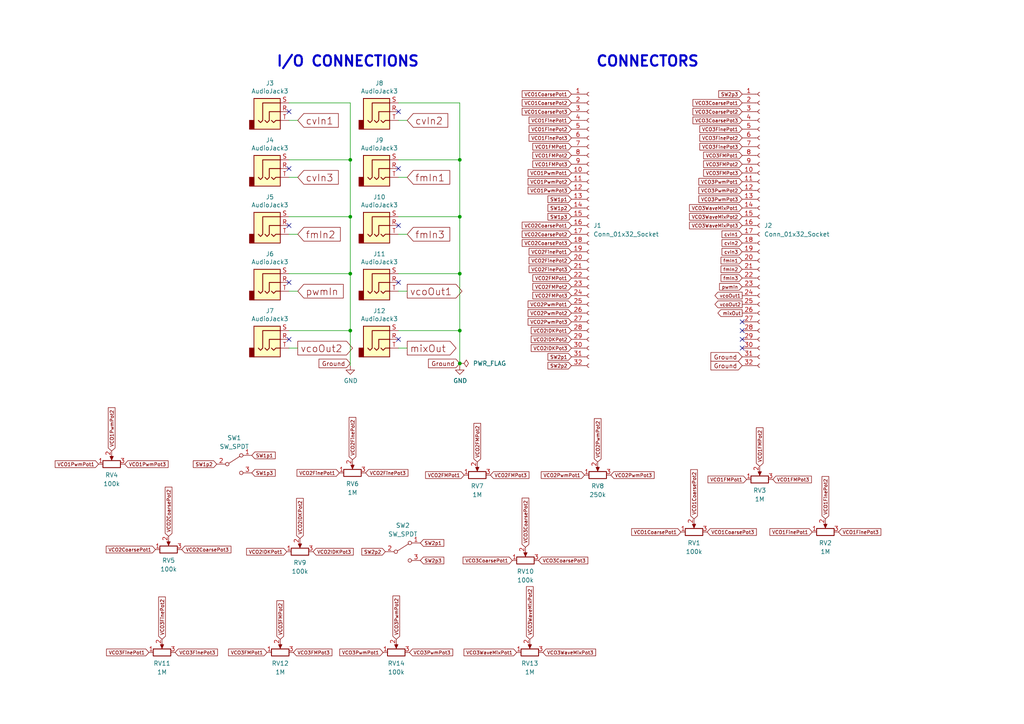
<source format=kicad_sch>
(kicad_sch (version 20230121) (generator eeschema)

  (uuid 844685de-05de-4531-90c9-92bad9f01a04)

  (paper "A4")

  (lib_symbols
    (symbol "3X VCO-rescue:AudioJack3-Connector" (in_bom yes) (on_board yes)
      (property "Reference" "J" (at 0 8.89 0)
        (effects (font (size 1.27 1.27)))
      )
      (property "Value" "Connector_AudioJack3" (at 0 6.35 0)
        (effects (font (size 1.27 1.27)))
      )
      (property "Footprint" "" (at 0 0 0)
        (effects (font (size 1.27 1.27)) hide)
      )
      (property "Datasheet" "" (at 0 0 0)
        (effects (font (size 1.27 1.27)) hide)
      )
      (property "ki_fp_filters" "Jack*" (at 0 0 0)
        (effects (font (size 1.27 1.27)) hide)
      )
      (symbol "AudioJack3-Connector_0_1"
        (rectangle (start -5.08 -5.08) (end -6.35 -2.54)
          (stroke (width 0.254) (type solid))
          (fill (type outline))
        )
        (polyline
          (pts
            (xy 0 -2.54)
            (xy 0.635 -3.175)
            (xy 1.27 -2.54)
            (xy 2.54 -2.54)
          )
          (stroke (width 0.254) (type solid))
          (fill (type none))
        )
        (polyline
          (pts
            (xy -1.905 -2.54)
            (xy -1.27 -3.175)
            (xy -0.635 -2.54)
            (xy -0.635 0)
            (xy 2.54 0)
          )
          (stroke (width 0.254) (type solid))
          (fill (type none))
        )
        (polyline
          (pts
            (xy 2.54 2.54)
            (xy -2.54 2.54)
            (xy -2.54 -2.54)
            (xy -3.175 -3.175)
            (xy -3.81 -2.54)
          )
          (stroke (width 0.254) (type solid))
          (fill (type none))
        )
        (rectangle (start 2.54 3.81) (end -5.08 -5.08)
          (stroke (width 0.254) (type solid))
          (fill (type background))
        )
      )
      (symbol "AudioJack3-Connector_1_1"
        (pin passive line (at 5.08 0 180) (length 2.54)
          (name "~" (effects (font (size 1.27 1.27))))
          (number "R" (effects (font (size 1.27 1.27))))
        )
        (pin passive line (at 5.08 2.54 180) (length 2.54)
          (name "~" (effects (font (size 1.27 1.27))))
          (number "S" (effects (font (size 1.27 1.27))))
        )
        (pin passive line (at 5.08 -2.54 180) (length 2.54)
          (name "~" (effects (font (size 1.27 1.27))))
          (number "T" (effects (font (size 1.27 1.27))))
        )
      )
    )
    (symbol "Connector:Conn_01x32_Socket" (pin_names (offset 1.016) hide) (in_bom yes) (on_board yes)
      (property "Reference" "J" (at 0 40.64 0)
        (effects (font (size 1.27 1.27)))
      )
      (property "Value" "Conn_01x32_Socket" (at 0 -43.18 0)
        (effects (font (size 1.27 1.27)))
      )
      (property "Footprint" "" (at 0 0 0)
        (effects (font (size 1.27 1.27)) hide)
      )
      (property "Datasheet" "~" (at 0 0 0)
        (effects (font (size 1.27 1.27)) hide)
      )
      (property "ki_locked" "" (at 0 0 0)
        (effects (font (size 1.27 1.27)))
      )
      (property "ki_keywords" "connector" (at 0 0 0)
        (effects (font (size 1.27 1.27)) hide)
      )
      (property "ki_description" "Generic connector, single row, 01x32, script generated" (at 0 0 0)
        (effects (font (size 1.27 1.27)) hide)
      )
      (property "ki_fp_filters" "Connector*:*_1x??_*" (at 0 0 0)
        (effects (font (size 1.27 1.27)) hide)
      )
      (symbol "Conn_01x32_Socket_1_1"
        (arc (start 0 -40.132) (mid -0.5058 -40.64) (end 0 -41.148)
          (stroke (width 0.1524) (type default))
          (fill (type none))
        )
        (arc (start 0 -37.592) (mid -0.5058 -38.1) (end 0 -38.608)
          (stroke (width 0.1524) (type default))
          (fill (type none))
        )
        (arc (start 0 -35.052) (mid -0.5058 -35.56) (end 0 -36.068)
          (stroke (width 0.1524) (type default))
          (fill (type none))
        )
        (arc (start 0 -32.512) (mid -0.5058 -33.02) (end 0 -33.528)
          (stroke (width 0.1524) (type default))
          (fill (type none))
        )
        (arc (start 0 -29.972) (mid -0.5058 -30.48) (end 0 -30.988)
          (stroke (width 0.1524) (type default))
          (fill (type none))
        )
        (arc (start 0 -27.432) (mid -0.5058 -27.94) (end 0 -28.448)
          (stroke (width 0.1524) (type default))
          (fill (type none))
        )
        (arc (start 0 -24.892) (mid -0.5058 -25.4) (end 0 -25.908)
          (stroke (width 0.1524) (type default))
          (fill (type none))
        )
        (arc (start 0 -22.352) (mid -0.5058 -22.86) (end 0 -23.368)
          (stroke (width 0.1524) (type default))
          (fill (type none))
        )
        (arc (start 0 -19.812) (mid -0.5058 -20.32) (end 0 -20.828)
          (stroke (width 0.1524) (type default))
          (fill (type none))
        )
        (arc (start 0 -17.272) (mid -0.5058 -17.78) (end 0 -18.288)
          (stroke (width 0.1524) (type default))
          (fill (type none))
        )
        (arc (start 0 -14.732) (mid -0.5058 -15.24) (end 0 -15.748)
          (stroke (width 0.1524) (type default))
          (fill (type none))
        )
        (arc (start 0 -12.192) (mid -0.5058 -12.7) (end 0 -13.208)
          (stroke (width 0.1524) (type default))
          (fill (type none))
        )
        (arc (start 0 -9.652) (mid -0.5058 -10.16) (end 0 -10.668)
          (stroke (width 0.1524) (type default))
          (fill (type none))
        )
        (arc (start 0 -7.112) (mid -0.5058 -7.62) (end 0 -8.128)
          (stroke (width 0.1524) (type default))
          (fill (type none))
        )
        (arc (start 0 -4.572) (mid -0.5058 -5.08) (end 0 -5.588)
          (stroke (width 0.1524) (type default))
          (fill (type none))
        )
        (arc (start 0 -2.032) (mid -0.5058 -2.54) (end 0 -3.048)
          (stroke (width 0.1524) (type default))
          (fill (type none))
        )
        (polyline
          (pts
            (xy -1.27 -40.64)
            (xy -0.508 -40.64)
          )
          (stroke (width 0.1524) (type default))
          (fill (type none))
        )
        (polyline
          (pts
            (xy -1.27 -38.1)
            (xy -0.508 -38.1)
          )
          (stroke (width 0.1524) (type default))
          (fill (type none))
        )
        (polyline
          (pts
            (xy -1.27 -35.56)
            (xy -0.508 -35.56)
          )
          (stroke (width 0.1524) (type default))
          (fill (type none))
        )
        (polyline
          (pts
            (xy -1.27 -33.02)
            (xy -0.508 -33.02)
          )
          (stroke (width 0.1524) (type default))
          (fill (type none))
        )
        (polyline
          (pts
            (xy -1.27 -30.48)
            (xy -0.508 -30.48)
          )
          (stroke (width 0.1524) (type default))
          (fill (type none))
        )
        (polyline
          (pts
            (xy -1.27 -27.94)
            (xy -0.508 -27.94)
          )
          (stroke (width 0.1524) (type default))
          (fill (type none))
        )
        (polyline
          (pts
            (xy -1.27 -25.4)
            (xy -0.508 -25.4)
          )
          (stroke (width 0.1524) (type default))
          (fill (type none))
        )
        (polyline
          (pts
            (xy -1.27 -22.86)
            (xy -0.508 -22.86)
          )
          (stroke (width 0.1524) (type default))
          (fill (type none))
        )
        (polyline
          (pts
            (xy -1.27 -20.32)
            (xy -0.508 -20.32)
          )
          (stroke (width 0.1524) (type default))
          (fill (type none))
        )
        (polyline
          (pts
            (xy -1.27 -17.78)
            (xy -0.508 -17.78)
          )
          (stroke (width 0.1524) (type default))
          (fill (type none))
        )
        (polyline
          (pts
            (xy -1.27 -15.24)
            (xy -0.508 -15.24)
          )
          (stroke (width 0.1524) (type default))
          (fill (type none))
        )
        (polyline
          (pts
            (xy -1.27 -12.7)
            (xy -0.508 -12.7)
          )
          (stroke (width 0.1524) (type default))
          (fill (type none))
        )
        (polyline
          (pts
            (xy -1.27 -10.16)
            (xy -0.508 -10.16)
          )
          (stroke (width 0.1524) (type default))
          (fill (type none))
        )
        (polyline
          (pts
            (xy -1.27 -7.62)
            (xy -0.508 -7.62)
          )
          (stroke (width 0.1524) (type default))
          (fill (type none))
        )
        (polyline
          (pts
            (xy -1.27 -5.08)
            (xy -0.508 -5.08)
          )
          (stroke (width 0.1524) (type default))
          (fill (type none))
        )
        (polyline
          (pts
            (xy -1.27 -2.54)
            (xy -0.508 -2.54)
          )
          (stroke (width 0.1524) (type default))
          (fill (type none))
        )
        (polyline
          (pts
            (xy -1.27 0)
            (xy -0.508 0)
          )
          (stroke (width 0.1524) (type default))
          (fill (type none))
        )
        (polyline
          (pts
            (xy -1.27 2.54)
            (xy -0.508 2.54)
          )
          (stroke (width 0.1524) (type default))
          (fill (type none))
        )
        (polyline
          (pts
            (xy -1.27 5.08)
            (xy -0.508 5.08)
          )
          (stroke (width 0.1524) (type default))
          (fill (type none))
        )
        (polyline
          (pts
            (xy -1.27 7.62)
            (xy -0.508 7.62)
          )
          (stroke (width 0.1524) (type default))
          (fill (type none))
        )
        (polyline
          (pts
            (xy -1.27 10.16)
            (xy -0.508 10.16)
          )
          (stroke (width 0.1524) (type default))
          (fill (type none))
        )
        (polyline
          (pts
            (xy -1.27 12.7)
            (xy -0.508 12.7)
          )
          (stroke (width 0.1524) (type default))
          (fill (type none))
        )
        (polyline
          (pts
            (xy -1.27 15.24)
            (xy -0.508 15.24)
          )
          (stroke (width 0.1524) (type default))
          (fill (type none))
        )
        (polyline
          (pts
            (xy -1.27 17.78)
            (xy -0.508 17.78)
          )
          (stroke (width 0.1524) (type default))
          (fill (type none))
        )
        (polyline
          (pts
            (xy -1.27 20.32)
            (xy -0.508 20.32)
          )
          (stroke (width 0.1524) (type default))
          (fill (type none))
        )
        (polyline
          (pts
            (xy -1.27 22.86)
            (xy -0.508 22.86)
          )
          (stroke (width 0.1524) (type default))
          (fill (type none))
        )
        (polyline
          (pts
            (xy -1.27 25.4)
            (xy -0.508 25.4)
          )
          (stroke (width 0.1524) (type default))
          (fill (type none))
        )
        (polyline
          (pts
            (xy -1.27 27.94)
            (xy -0.508 27.94)
          )
          (stroke (width 0.1524) (type default))
          (fill (type none))
        )
        (polyline
          (pts
            (xy -1.27 30.48)
            (xy -0.508 30.48)
          )
          (stroke (width 0.1524) (type default))
          (fill (type none))
        )
        (polyline
          (pts
            (xy -1.27 33.02)
            (xy -0.508 33.02)
          )
          (stroke (width 0.1524) (type default))
          (fill (type none))
        )
        (polyline
          (pts
            (xy -1.27 35.56)
            (xy -0.508 35.56)
          )
          (stroke (width 0.1524) (type default))
          (fill (type none))
        )
        (polyline
          (pts
            (xy -1.27 38.1)
            (xy -0.508 38.1)
          )
          (stroke (width 0.1524) (type default))
          (fill (type none))
        )
        (arc (start 0 0.508) (mid -0.5058 0) (end 0 -0.508)
          (stroke (width 0.1524) (type default))
          (fill (type none))
        )
        (arc (start 0 3.048) (mid -0.5058 2.54) (end 0 2.032)
          (stroke (width 0.1524) (type default))
          (fill (type none))
        )
        (arc (start 0 5.588) (mid -0.5058 5.08) (end 0 4.572)
          (stroke (width 0.1524) (type default))
          (fill (type none))
        )
        (arc (start 0 8.128) (mid -0.5058 7.62) (end 0 7.112)
          (stroke (width 0.1524) (type default))
          (fill (type none))
        )
        (arc (start 0 10.668) (mid -0.5058 10.16) (end 0 9.652)
          (stroke (width 0.1524) (type default))
          (fill (type none))
        )
        (arc (start 0 13.208) (mid -0.5058 12.7) (end 0 12.192)
          (stroke (width 0.1524) (type default))
          (fill (type none))
        )
        (arc (start 0 15.748) (mid -0.5058 15.24) (end 0 14.732)
          (stroke (width 0.1524) (type default))
          (fill (type none))
        )
        (arc (start 0 18.288) (mid -0.5058 17.78) (end 0 17.272)
          (stroke (width 0.1524) (type default))
          (fill (type none))
        )
        (arc (start 0 20.828) (mid -0.5058 20.32) (end 0 19.812)
          (stroke (width 0.1524) (type default))
          (fill (type none))
        )
        (arc (start 0 23.368) (mid -0.5058 22.86) (end 0 22.352)
          (stroke (width 0.1524) (type default))
          (fill (type none))
        )
        (arc (start 0 25.908) (mid -0.5058 25.4) (end 0 24.892)
          (stroke (width 0.1524) (type default))
          (fill (type none))
        )
        (arc (start 0 28.448) (mid -0.5058 27.94) (end 0 27.432)
          (stroke (width 0.1524) (type default))
          (fill (type none))
        )
        (arc (start 0 30.988) (mid -0.5058 30.48) (end 0 29.972)
          (stroke (width 0.1524) (type default))
          (fill (type none))
        )
        (arc (start 0 33.528) (mid -0.5058 33.02) (end 0 32.512)
          (stroke (width 0.1524) (type default))
          (fill (type none))
        )
        (arc (start 0 36.068) (mid -0.5058 35.56) (end 0 35.052)
          (stroke (width 0.1524) (type default))
          (fill (type none))
        )
        (arc (start 0 38.608) (mid -0.5058 38.1) (end 0 37.592)
          (stroke (width 0.1524) (type default))
          (fill (type none))
        )
        (pin passive line (at -5.08 38.1 0) (length 3.81)
          (name "Pin_1" (effects (font (size 1.27 1.27))))
          (number "1" (effects (font (size 1.27 1.27))))
        )
        (pin passive line (at -5.08 15.24 0) (length 3.81)
          (name "Pin_10" (effects (font (size 1.27 1.27))))
          (number "10" (effects (font (size 1.27 1.27))))
        )
        (pin passive line (at -5.08 12.7 0) (length 3.81)
          (name "Pin_11" (effects (font (size 1.27 1.27))))
          (number "11" (effects (font (size 1.27 1.27))))
        )
        (pin passive line (at -5.08 10.16 0) (length 3.81)
          (name "Pin_12" (effects (font (size 1.27 1.27))))
          (number "12" (effects (font (size 1.27 1.27))))
        )
        (pin passive line (at -5.08 7.62 0) (length 3.81)
          (name "Pin_13" (effects (font (size 1.27 1.27))))
          (number "13" (effects (font (size 1.27 1.27))))
        )
        (pin passive line (at -5.08 5.08 0) (length 3.81)
          (name "Pin_14" (effects (font (size 1.27 1.27))))
          (number "14" (effects (font (size 1.27 1.27))))
        )
        (pin passive line (at -5.08 2.54 0) (length 3.81)
          (name "Pin_15" (effects (font (size 1.27 1.27))))
          (number "15" (effects (font (size 1.27 1.27))))
        )
        (pin passive line (at -5.08 0 0) (length 3.81)
          (name "Pin_16" (effects (font (size 1.27 1.27))))
          (number "16" (effects (font (size 1.27 1.27))))
        )
        (pin passive line (at -5.08 -2.54 0) (length 3.81)
          (name "Pin_17" (effects (font (size 1.27 1.27))))
          (number "17" (effects (font (size 1.27 1.27))))
        )
        (pin passive line (at -5.08 -5.08 0) (length 3.81)
          (name "Pin_18" (effects (font (size 1.27 1.27))))
          (number "18" (effects (font (size 1.27 1.27))))
        )
        (pin passive line (at -5.08 -7.62 0) (length 3.81)
          (name "Pin_19" (effects (font (size 1.27 1.27))))
          (number "19" (effects (font (size 1.27 1.27))))
        )
        (pin passive line (at -5.08 35.56 0) (length 3.81)
          (name "Pin_2" (effects (font (size 1.27 1.27))))
          (number "2" (effects (font (size 1.27 1.27))))
        )
        (pin passive line (at -5.08 -10.16 0) (length 3.81)
          (name "Pin_20" (effects (font (size 1.27 1.27))))
          (number "20" (effects (font (size 1.27 1.27))))
        )
        (pin passive line (at -5.08 -12.7 0) (length 3.81)
          (name "Pin_21" (effects (font (size 1.27 1.27))))
          (number "21" (effects (font (size 1.27 1.27))))
        )
        (pin passive line (at -5.08 -15.24 0) (length 3.81)
          (name "Pin_22" (effects (font (size 1.27 1.27))))
          (number "22" (effects (font (size 1.27 1.27))))
        )
        (pin passive line (at -5.08 -17.78 0) (length 3.81)
          (name "Pin_23" (effects (font (size 1.27 1.27))))
          (number "23" (effects (font (size 1.27 1.27))))
        )
        (pin passive line (at -5.08 -20.32 0) (length 3.81)
          (name "Pin_24" (effects (font (size 1.27 1.27))))
          (number "24" (effects (font (size 1.27 1.27))))
        )
        (pin passive line (at -5.08 -22.86 0) (length 3.81)
          (name "Pin_25" (effects (font (size 1.27 1.27))))
          (number "25" (effects (font (size 1.27 1.27))))
        )
        (pin passive line (at -5.08 -25.4 0) (length 3.81)
          (name "Pin_26" (effects (font (size 1.27 1.27))))
          (number "26" (effects (font (size 1.27 1.27))))
        )
        (pin passive line (at -5.08 -27.94 0) (length 3.81)
          (name "Pin_27" (effects (font (size 1.27 1.27))))
          (number "27" (effects (font (size 1.27 1.27))))
        )
        (pin passive line (at -5.08 -30.48 0) (length 3.81)
          (name "Pin_28" (effects (font (size 1.27 1.27))))
          (number "28" (effects (font (size 1.27 1.27))))
        )
        (pin passive line (at -5.08 -33.02 0) (length 3.81)
          (name "Pin_29" (effects (font (size 1.27 1.27))))
          (number "29" (effects (font (size 1.27 1.27))))
        )
        (pin passive line (at -5.08 33.02 0) (length 3.81)
          (name "Pin_3" (effects (font (size 1.27 1.27))))
          (number "3" (effects (font (size 1.27 1.27))))
        )
        (pin passive line (at -5.08 -35.56 0) (length 3.81)
          (name "Pin_30" (effects (font (size 1.27 1.27))))
          (number "30" (effects (font (size 1.27 1.27))))
        )
        (pin passive line (at -5.08 -38.1 0) (length 3.81)
          (name "Pin_31" (effects (font (size 1.27 1.27))))
          (number "31" (effects (font (size 1.27 1.27))))
        )
        (pin passive line (at -5.08 -40.64 0) (length 3.81)
          (name "Pin_32" (effects (font (size 1.27 1.27))))
          (number "32" (effects (font (size 1.27 1.27))))
        )
        (pin passive line (at -5.08 30.48 0) (length 3.81)
          (name "Pin_4" (effects (font (size 1.27 1.27))))
          (number "4" (effects (font (size 1.27 1.27))))
        )
        (pin passive line (at -5.08 27.94 0) (length 3.81)
          (name "Pin_5" (effects (font (size 1.27 1.27))))
          (number "5" (effects (font (size 1.27 1.27))))
        )
        (pin passive line (at -5.08 25.4 0) (length 3.81)
          (name "Pin_6" (effects (font (size 1.27 1.27))))
          (number "6" (effects (font (size 1.27 1.27))))
        )
        (pin passive line (at -5.08 22.86 0) (length 3.81)
          (name "Pin_7" (effects (font (size 1.27 1.27))))
          (number "7" (effects (font (size 1.27 1.27))))
        )
        (pin passive line (at -5.08 20.32 0) (length 3.81)
          (name "Pin_8" (effects (font (size 1.27 1.27))))
          (number "8" (effects (font (size 1.27 1.27))))
        )
        (pin passive line (at -5.08 17.78 0) (length 3.81)
          (name "Pin_9" (effects (font (size 1.27 1.27))))
          (number "9" (effects (font (size 1.27 1.27))))
        )
      )
    )
    (symbol "Device:R_Potentiometer" (pin_names (offset 1.016) hide) (in_bom yes) (on_board yes)
      (property "Reference" "RV" (at -4.445 0 90)
        (effects (font (size 1.27 1.27)))
      )
      (property "Value" "R_Potentiometer" (at -2.54 0 90)
        (effects (font (size 1.27 1.27)))
      )
      (property "Footprint" "" (at 0 0 0)
        (effects (font (size 1.27 1.27)) hide)
      )
      (property "Datasheet" "~" (at 0 0 0)
        (effects (font (size 1.27 1.27)) hide)
      )
      (property "ki_keywords" "resistor variable" (at 0 0 0)
        (effects (font (size 1.27 1.27)) hide)
      )
      (property "ki_description" "Potentiometer" (at 0 0 0)
        (effects (font (size 1.27 1.27)) hide)
      )
      (property "ki_fp_filters" "Potentiometer*" (at 0 0 0)
        (effects (font (size 1.27 1.27)) hide)
      )
      (symbol "R_Potentiometer_0_1"
        (polyline
          (pts
            (xy 2.54 0)
            (xy 1.524 0)
          )
          (stroke (width 0) (type default))
          (fill (type none))
        )
        (polyline
          (pts
            (xy 1.143 0)
            (xy 2.286 0.508)
            (xy 2.286 -0.508)
            (xy 1.143 0)
          )
          (stroke (width 0) (type default))
          (fill (type outline))
        )
        (rectangle (start 1.016 2.54) (end -1.016 -2.54)
          (stroke (width 0.254) (type default))
          (fill (type none))
        )
      )
      (symbol "R_Potentiometer_1_1"
        (pin passive line (at 0 3.81 270) (length 1.27)
          (name "1" (effects (font (size 1.27 1.27))))
          (number "1" (effects (font (size 1.27 1.27))))
        )
        (pin passive line (at 3.81 0 180) (length 1.27)
          (name "2" (effects (font (size 1.27 1.27))))
          (number "2" (effects (font (size 1.27 1.27))))
        )
        (pin passive line (at 0 -3.81 90) (length 1.27)
          (name "3" (effects (font (size 1.27 1.27))))
          (number "3" (effects (font (size 1.27 1.27))))
        )
      )
    )
    (symbol "PCM_4ms_Power-symbol:PWR_FLAG" (power) (pin_numbers hide) (pin_names (offset 0) hide) (in_bom yes) (on_board yes)
      (property "Reference" "#FLG" (at 0 1.905 0)
        (effects (font (size 1.27 1.27)) hide)
      )
      (property "Value" "PWR_FLAG" (at 0 3.81 0)
        (effects (font (size 1.27 1.27)))
      )
      (property "Footprint" "" (at 0 0 0)
        (effects (font (size 1.27 1.27)) hide)
      )
      (property "Datasheet" "" (at 0 0 0)
        (effects (font (size 1.27 1.27)) hide)
      )
      (symbol "PWR_FLAG_0_0"
        (pin power_out line (at 0 0 90) (length 0)
          (name "pwr" (effects (font (size 1.27 1.27))))
          (number "1" (effects (font (size 1.27 1.27))))
        )
      )
      (symbol "PWR_FLAG_0_1"
        (polyline
          (pts
            (xy 0 0)
            (xy 0 1.27)
            (xy -1.016 1.905)
            (xy 0 2.54)
            (xy 1.016 1.905)
            (xy 0 1.27)
          )
          (stroke (width 0) (type default))
          (fill (type none))
        )
      )
    )
    (symbol "Switch:SW_SPDT" (pin_names (offset 0) hide) (in_bom yes) (on_board yes)
      (property "Reference" "SW" (at 0 4.318 0)
        (effects (font (size 1.27 1.27)))
      )
      (property "Value" "SW_SPDT" (at 0 -5.08 0)
        (effects (font (size 1.27 1.27)))
      )
      (property "Footprint" "" (at 0 0 0)
        (effects (font (size 1.27 1.27)) hide)
      )
      (property "Datasheet" "~" (at 0 0 0)
        (effects (font (size 1.27 1.27)) hide)
      )
      (property "ki_keywords" "switch single-pole double-throw spdt ON-ON" (at 0 0 0)
        (effects (font (size 1.27 1.27)) hide)
      )
      (property "ki_description" "Switch, single pole double throw" (at 0 0 0)
        (effects (font (size 1.27 1.27)) hide)
      )
      (symbol "SW_SPDT_0_0"
        (circle (center -2.032 0) (radius 0.508)
          (stroke (width 0) (type default))
          (fill (type none))
        )
        (circle (center 2.032 -2.54) (radius 0.508)
          (stroke (width 0) (type default))
          (fill (type none))
        )
      )
      (symbol "SW_SPDT_0_1"
        (polyline
          (pts
            (xy -1.524 0.254)
            (xy 1.651 2.286)
          )
          (stroke (width 0) (type default))
          (fill (type none))
        )
        (circle (center 2.032 2.54) (radius 0.508)
          (stroke (width 0) (type default))
          (fill (type none))
        )
      )
      (symbol "SW_SPDT_1_1"
        (pin passive line (at 5.08 2.54 180) (length 2.54)
          (name "A" (effects (font (size 1.27 1.27))))
          (number "1" (effects (font (size 1.27 1.27))))
        )
        (pin passive line (at -5.08 0 0) (length 2.54)
          (name "B" (effects (font (size 1.27 1.27))))
          (number "2" (effects (font (size 1.27 1.27))))
        )
        (pin passive line (at 5.08 -2.54 180) (length 2.54)
          (name "C" (effects (font (size 1.27 1.27))))
          (number "3" (effects (font (size 1.27 1.27))))
        )
      )
    )
    (symbol "power:GND" (power) (pin_names (offset 0)) (in_bom yes) (on_board yes)
      (property "Reference" "#PWR" (at 0 -6.35 0)
        (effects (font (size 1.27 1.27)) hide)
      )
      (property "Value" "GND" (at 0 -3.81 0)
        (effects (font (size 1.27 1.27)))
      )
      (property "Footprint" "" (at 0 0 0)
        (effects (font (size 1.27 1.27)) hide)
      )
      (property "Datasheet" "" (at 0 0 0)
        (effects (font (size 1.27 1.27)) hide)
      )
      (property "ki_keywords" "global power" (at 0 0 0)
        (effects (font (size 1.27 1.27)) hide)
      )
      (property "ki_description" "Power symbol creates a global label with name \"GND\" , ground" (at 0 0 0)
        (effects (font (size 1.27 1.27)) hide)
      )
      (symbol "GND_0_1"
        (polyline
          (pts
            (xy 0 0)
            (xy 0 -1.27)
            (xy 1.27 -1.27)
            (xy 0 -2.54)
            (xy -1.27 -1.27)
            (xy 0 -1.27)
          )
          (stroke (width 0) (type default))
          (fill (type none))
        )
      )
      (symbol "GND_1_1"
        (pin power_in line (at 0 0 270) (length 0) hide
          (name "GND" (effects (font (size 1.27 1.27))))
          (number "1" (effects (font (size 1.27 1.27))))
        )
      )
    )
  )

  (junction (at 133.35 95.885) (diameter 0) (color 0 0 0 0)
    (uuid 2f1b78a5-6882-46d0-9302-38854573c2ad)
  )
  (junction (at 101.6 95.885) (diameter 0) (color 0 0 0 0)
    (uuid 4090b61d-4184-4d38-bd65-17f15f42387c)
  )
  (junction (at 101.6 46.355) (diameter 0) (color 0 0 0 0)
    (uuid a0531e62-cc16-4d1b-a170-4ca4ddb43dee)
  )
  (junction (at 133.35 62.865) (diameter 0) (color 0 0 0 0)
    (uuid c1212eed-e315-42b7-998c-9a070c7dc494)
  )
  (junction (at 101.6 79.375) (diameter 0) (color 0 0 0 0)
    (uuid c7676a82-54bc-4f57-b5ed-221e76d69274)
  )
  (junction (at 133.35 105.41) (diameter 0) (color 0 0 0 0)
    (uuid e51c0677-6d10-4371-b2ce-61f93d661e76)
  )
  (junction (at 133.35 46.355) (diameter 0) (color 0 0 0 0)
    (uuid e77a6b87-f311-48ab-a7da-1174f7ecbc98)
  )
  (junction (at 101.6 62.865) (diameter 0) (color 0 0 0 0)
    (uuid f6652d3e-f96a-472c-80bb-d93cc281ef42)
  )
  (junction (at 133.35 79.375) (diameter 0) (color 0 0 0 0)
    (uuid f9749dd3-8a32-4ca4-829c-396ca9f80172)
  )

  (no_connect (at 215.265 100.965) (uuid 134ff99b-0954-4851-ade5-f4a87f523ea9))
  (no_connect (at 215.265 93.345) (uuid 1b05aabe-bad9-4540-933c-43b88f670dd2))
  (no_connect (at 115.57 81.915) (uuid 23bb6df0-6866-47cf-a99b-bcb8596bbbcd))
  (no_connect (at 215.265 95.885) (uuid 35d924ed-a6d0-4e04-9430-9aca861034b5))
  (no_connect (at 215.265 98.425) (uuid 3b9cdbe0-460f-4611-82fc-bfde41cfb036))
  (no_connect (at 115.57 65.405) (uuid 40527e99-6176-41e1-a297-8c44524e8287))
  (no_connect (at 115.57 98.425) (uuid 438a42c9-346b-4fe7-b050-8ddd7a470b48))
  (no_connect (at 83.82 81.915) (uuid 4eb9657f-1970-4e31-a653-08a272556a14))
  (no_connect (at 115.57 32.385) (uuid 7b1a3229-36cd-4dc3-a7e8-416c30a8a625))
  (no_connect (at 83.82 48.895) (uuid 89ac3477-19ea-4509-a5d8-a29b0eb77b1d))
  (no_connect (at 115.57 48.895) (uuid cd02f003-5354-4e26-bb0f-64e5ec9e1e2e))
  (no_connect (at 83.82 32.385) (uuid ec5e9e79-c17d-4aa1-add0-06ff3680ed6b))
  (no_connect (at 83.82 98.425) (uuid fa4e4d60-8e94-44ea-8116-d4e3a32682d4))
  (no_connect (at 83.82 65.405) (uuid fc1bd8d2-d70e-46a2-913d-6bbcbb8f2054))

  (wire (pts (xy 83.82 67.945) (xy 86.36 67.945))
    (stroke (width 0) (type default))
    (uuid 0cc86622-fed0-4ebc-b07b-25de6e7db09c)
  )
  (wire (pts (xy 133.35 29.845) (xy 133.35 46.355))
    (stroke (width 0) (type default))
    (uuid 0fd71429-489a-419b-8df3-e85ccf834083)
  )
  (wire (pts (xy 101.6 29.845) (xy 83.82 29.845))
    (stroke (width 0) (type default))
    (uuid 19e0eed7-5293-4ea6-a9ee-4ca1ac25047d)
  )
  (wire (pts (xy 133.35 79.375) (xy 133.35 95.885))
    (stroke (width 0) (type default))
    (uuid 1a44e0c8-a415-4f76-bcdb-8805a0ca59bb)
  )
  (wire (pts (xy 115.57 62.865) (xy 133.35 62.865))
    (stroke (width 0) (type default))
    (uuid 1bd51dcb-a5b8-4a01-a022-033a62e83cf2)
  )
  (wire (pts (xy 118.11 34.925) (xy 115.57 34.925))
    (stroke (width 0) (type default))
    (uuid 20a225e4-8290-41df-831f-7749405761a3)
  )
  (wire (pts (xy 115.57 100.965) (xy 118.11 100.965))
    (stroke (width 0) (type default))
    (uuid 2dd9faf0-9fd4-4ad3-ad5b-e246e2625f90)
  )
  (wire (pts (xy 101.6 79.375) (xy 101.6 95.885))
    (stroke (width 0) (type default))
    (uuid 331c0163-7d9e-4d71-9d1e-4d987fc47d2a)
  )
  (wire (pts (xy 115.57 84.455) (xy 118.11 84.455))
    (stroke (width 0) (type default))
    (uuid 49db8a4b-b9a6-45e6-b97f-41a963ba949e)
  )
  (wire (pts (xy 101.6 46.355) (xy 101.6 62.865))
    (stroke (width 0) (type default))
    (uuid 4f356e13-ee61-4a93-8a46-b89e97733dd2)
  )
  (wire (pts (xy 115.57 29.845) (xy 133.35 29.845))
    (stroke (width 0) (type default))
    (uuid 5377ca30-815f-4238-a492-23867baf8dc9)
  )
  (wire (pts (xy 118.11 51.435) (xy 115.57 51.435))
    (stroke (width 0) (type default))
    (uuid 641041bd-d943-4ad7-8b0a-ef8fdb5fc59d)
  )
  (wire (pts (xy 115.57 46.355) (xy 133.35 46.355))
    (stroke (width 0) (type default))
    (uuid 7cb3328d-d142-4272-a22e-af829f17a637)
  )
  (wire (pts (xy 83.82 100.965) (xy 86.36 100.965))
    (stroke (width 0) (type default))
    (uuid 7e48fd70-d3d1-413d-9951-e77635683450)
  )
  (wire (pts (xy 83.82 95.885) (xy 101.6 95.885))
    (stroke (width 0) (type default))
    (uuid 7ee9a802-3a68-4d08-9e52-dce1642588e0)
  )
  (wire (pts (xy 83.82 34.925) (xy 86.36 34.925))
    (stroke (width 0) (type default))
    (uuid 823ffcff-6690-4c95-a4d7-8ffed90dd35a)
  )
  (wire (pts (xy 133.35 105.41) (xy 133.35 106.045))
    (stroke (width 0) (type default))
    (uuid a00c11de-3eb3-4702-b226-da9dca028fd3)
  )
  (wire (pts (xy 101.6 95.885) (xy 101.6 106.045))
    (stroke (width 0) (type default))
    (uuid a5a7ece7-98f0-44a6-8620-a499535f4231)
  )
  (wire (pts (xy 133.35 62.865) (xy 133.35 79.375))
    (stroke (width 0) (type default))
    (uuid a5bb64d4-97f7-49b6-8dd3-0e12d468388e)
  )
  (wire (pts (xy 101.6 46.355) (xy 101.6 29.845))
    (stroke (width 0) (type default))
    (uuid a85e8bfa-9d28-43b2-9ebc-f7a9ea15ed2f)
  )
  (wire (pts (xy 86.36 84.455) (xy 83.82 84.455))
    (stroke (width 0) (type default))
    (uuid af4a4965-8459-4fb7-8718-3c8b65c669a1)
  )
  (wire (pts (xy 115.57 95.885) (xy 133.35 95.885))
    (stroke (width 0) (type default))
    (uuid b0b8800d-33fd-4c05-b7d4-0de5eb152178)
  )
  (wire (pts (xy 133.35 95.885) (xy 133.35 105.41))
    (stroke (width 0) (type default))
    (uuid b8c3f7ed-45de-4e6a-95fa-bb1dfde93820)
  )
  (wire (pts (xy 83.82 46.355) (xy 101.6 46.355))
    (stroke (width 0) (type default))
    (uuid c6a0f865-4239-450e-b41b-ae6a8b0af254)
  )
  (wire (pts (xy 83.82 51.435) (xy 86.36 51.435))
    (stroke (width 0) (type default))
    (uuid db8a4fc6-e9c6-4cc2-bae5-a951be289ab7)
  )
  (wire (pts (xy 83.82 62.865) (xy 101.6 62.865))
    (stroke (width 0) (type default))
    (uuid e03d41c4-2333-4bab-9b7f-ac23e6c863db)
  )
  (wire (pts (xy 118.11 67.945) (xy 115.57 67.945))
    (stroke (width 0) (type default))
    (uuid e3f95005-2e0e-4018-9036-c3a34a9a10fc)
  )
  (wire (pts (xy 83.82 79.375) (xy 101.6 79.375))
    (stroke (width 0) (type default))
    (uuid f6961ec0-2b5e-42df-927a-3b892a260072)
  )
  (wire (pts (xy 101.6 62.865) (xy 101.6 79.375))
    (stroke (width 0) (type default))
    (uuid fdb70538-28ba-4dc5-98e8-6b56556bad4b)
  )
  (wire (pts (xy 133.35 46.355) (xy 133.35 62.865))
    (stroke (width 0) (type default))
    (uuid ff2b4a35-b39a-4e30-97e4-75f765eb91bd)
  )
  (wire (pts (xy 115.57 79.375) (xy 133.35 79.375))
    (stroke (width 0) (type default))
    (uuid ffede2da-a7ca-49c9-a47d-d445e38c2d68)
  )

  (text "I/O CONNECTIONS\n" (at 80.01 19.685 0)
    (effects (font (size 2.9972 2.9972) (thickness 0.5994) bold) (justify left bottom))
    (uuid 16fa3f3b-6741-412a-8c7b-e4a9315f8032)
  )
  (text "CONNECTORS\n" (at 172.72 19.685 0)
    (effects (font (size 2.9972 2.9972) (thickness 0.5994) bold) (justify left bottom))
    (uuid 8370f0e4-7c2a-42a4-b057-39449259fba4)
  )

  (global_label "cvIn3" (shape input) (at 215.265 73.025 180)
    (effects (font (size 1 1)) (justify right))
    (uuid 065085d9-4d0d-46bd-b213-39a35a0287ea)
    (property "Intersheetrefs" "${INTERSHEET_REFS}" (at 215.265 73.025 0)
      (effects (font (size 1.27 1.27)) hide)
    )
  )
  (global_label "VCO1FMPot3" (shape input) (at 224.155 139.065 0) (fields_autoplaced)
    (effects (font (size 1 1)) (justify left))
    (uuid 080c2133-34d4-4215-b19f-a1daf230694d)
    (property "Intersheetrefs" "${INTERSHEET_REFS}" (at 235.276 139.065 0)
      (effects (font (size 1.27 1.27)) (justify left) hide)
    )
  )
  (global_label "SW1p3" (shape input) (at 165.735 62.865 180) (fields_autoplaced)
    (effects (font (size 1 1)) (justify right))
    (uuid 083a9851-bd15-4e92-848d-6ec717ff6f42)
    (property "Intersheetrefs" "${INTERSHEET_REFS}" (at 158.9948 62.865 0)
      (effects (font (size 1.27 1.27)) (justify right) hide)
    )
  )
  (global_label "SW1p2" (shape input) (at 62.865 134.62 180) (fields_autoplaced)
    (effects (font (size 1 1)) (justify right))
    (uuid 0a80fdc5-4577-44c2-86d6-e428982216e4)
    (property "Intersheetrefs" "${INTERSHEET_REFS}" (at 56.1248 134.62 0)
      (effects (font (size 1.27 1.27)) (justify right) hide)
    )
  )
  (global_label "VCO3FMPot1" (shape input) (at 77.47 189.23 180) (fields_autoplaced)
    (effects (font (size 1 1)) (justify right))
    (uuid 0b9f998c-c101-4259-9cbf-0773c8cb68c3)
    (property "Intersheetrefs" "${INTERSHEET_REFS}" (at 66.349 189.23 0)
      (effects (font (size 1.27 1.27)) (justify right) hide)
    )
  )
  (global_label "VCO2FinePot3" (shape input) (at 106.045 137.16 0) (fields_autoplaced)
    (effects (font (size 1 1)) (justify left))
    (uuid 0c1cb234-c95a-4527-8973-daad93f06832)
    (property "Intersheetrefs" "${INTERSHEET_REFS}" (at 118.2612 137.16 0)
      (effects (font (size 1.27 1.27)) (justify left) hide)
    )
  )
  (global_label "VCO2FinePot1" (shape input) (at 98.425 137.16 180) (fields_autoplaced)
    (effects (font (size 1 1)) (justify right))
    (uuid 0ca44115-edd5-450e-8ebe-229ba3356605)
    (property "Intersheetrefs" "${INTERSHEET_REFS}" (at 86.2088 137.16 0)
      (effects (font (size 1.27 1.27)) (justify right) hide)
    )
  )
  (global_label "SW2p3" (shape input) (at 121.92 162.56 0) (fields_autoplaced)
    (effects (font (size 1 1)) (justify left))
    (uuid 0f1a4aa2-0b7f-41e9-9b42-b6b70acb10d8)
    (property "Intersheetrefs" "${INTERSHEET_REFS}" (at 128.6602 162.56 0)
      (effects (font (size 1.27 1.27)) (justify left) hide)
    )
  )
  (global_label "pwmIn" (shape input) (at 86.36 84.455 0)
    (effects (font (size 2.0066 2.0066)) (justify left))
    (uuid 0f1d0052-c7a5-4012-ad89-9be30bde70f7)
    (property "Intersheetrefs" "${INTERSHEET_REFS}" (at 86.36 84.455 0)
      (effects (font (size 1.27 1.27)) hide)
    )
  )
  (global_label "VCO3WaveMixPot1" (shape input) (at 149.86 189.23 180) (fields_autoplaced)
    (effects (font (size 1 1)) (justify right))
    (uuid 1014ea3a-5adf-42a3-a362-769a4ea9943b)
    (property "Intersheetrefs" "${INTERSHEET_REFS}" (at 134.6437 189.23 0)
      (effects (font (size 1.27 1.27)) (justify right) hide)
    )
  )
  (global_label "VCO3CoarsePot3" (shape input) (at 156.21 162.56 0) (fields_autoplaced)
    (effects (font (size 1 1)) (justify left))
    (uuid 105e5ec1-7264-49d8-8b12-3ca5502db28a)
    (property "Intersheetrefs" "${INTERSHEET_REFS}" (at 170.4262 162.56 0)
      (effects (font (size 1.27 1.27)) (justify left) hide)
    )
  )
  (global_label "VCO3WaveMixPot3" (shape input) (at 215.265 65.405 180) (fields_autoplaced)
    (effects (font (size 1 1)) (justify right))
    (uuid 11aaa7d8-738d-4e11-a7d6-3d8c51ec4a84)
    (property "Intersheetrefs" "${INTERSHEET_REFS}" (at 200.0487 65.405 0)
      (effects (font (size 1.27 1.27)) (justify right) hide)
    )
  )
  (global_label "VCO1FinePot1" (shape input) (at 165.735 34.925 180) (fields_autoplaced)
    (effects (font (size 1 1)) (justify right))
    (uuid 1c51eb7e-e2e9-4396-bf03-c9dc46d93988)
    (property "Intersheetrefs" "${INTERSHEET_REFS}" (at 153.5188 34.925 0)
      (effects (font (size 1.27 1.27)) (justify right) hide)
    )
  )
  (global_label "VCO3CoarsePot2" (shape input) (at 215.265 32.385 180) (fields_autoplaced)
    (effects (font (size 1 1)) (justify right))
    (uuid 1c7bbea3-f14e-4e28-be93-01687cd8bc98)
    (property "Intersheetrefs" "${INTERSHEET_REFS}" (at 201.0488 32.385 0)
      (effects (font (size 1.27 1.27)) (justify right) hide)
    )
  )
  (global_label "SW1p2" (shape input) (at 165.735 60.325 180) (fields_autoplaced)
    (effects (font (size 1 1)) (justify right))
    (uuid 1e1aa776-3cce-4c15-a99f-4750973dbcfb)
    (property "Intersheetrefs" "${INTERSHEET_REFS}" (at 158.9948 60.325 0)
      (effects (font (size 1.27 1.27)) (justify right) hide)
    )
  )
  (global_label "VCO2FMPot3" (shape input) (at 142.24 137.795 0) (fields_autoplaced)
    (effects (font (size 1 1)) (justify left))
    (uuid 1f92fe61-cfc4-4186-a81d-03c88e637047)
    (property "Intersheetrefs" "${INTERSHEET_REFS}" (at 153.361 137.795 0)
      (effects (font (size 1.27 1.27)) (justify left) hide)
    )
  )
  (global_label "VCO1FinePot1" (shape input) (at 235.585 154.305 180) (fields_autoplaced)
    (effects (font (size 1 1)) (justify right))
    (uuid 21df0c4c-a44b-4f43-a9ca-8a1181473f9d)
    (property "Intersheetrefs" "${INTERSHEET_REFS}" (at 223.3688 154.305 0)
      (effects (font (size 1.27 1.27)) (justify right) hide)
    )
  )
  (global_label "Ground" (shape input) (at 215.265 106.045 180) (fields_autoplaced)
    (effects (font (size 1.27 1.27)) (justify right))
    (uuid 22b50089-1929-4fe8-a90f-c4eb54edfcee)
    (property "Intersheetrefs" "${INTERSHEET_REFS}" (at 206.2818 106.045 0)
      (effects (font (size 1.27 1.27)) (justify right) hide)
    )
  )
  (global_label "VCO1PwmPot1" (shape input) (at 28.575 134.62 180) (fields_autoplaced)
    (effects (font (size 1 1)) (justify right))
    (uuid 231c9af0-b1b1-42af-8ade-f9d3b92352f7)
    (property "Intersheetrefs" "${INTERSHEET_REFS}" (at 16.0731 134.62 0)
      (effects (font (size 1.27 1.27)) (justify right) hide)
    )
  )
  (global_label "VCO3WaveMixPot3" (shape input) (at 157.48 189.23 0) (fields_autoplaced)
    (effects (font (size 1 1)) (justify left))
    (uuid 2515c317-f6be-40c7-80ab-9f75ef0ff511)
    (property "Intersheetrefs" "${INTERSHEET_REFS}" (at 172.6963 189.23 0)
      (effects (font (size 1.27 1.27)) (justify left) hide)
    )
  )
  (global_label "VCO1FMPot2" (shape input) (at 165.735 45.085 180) (fields_autoplaced)
    (effects (font (size 1 1)) (justify right))
    (uuid 25a15478-f68e-43f0-814a-af75cfa0a3d9)
    (property "Intersheetrefs" "${INTERSHEET_REFS}" (at 154.614 45.085 0)
      (effects (font (size 1.27 1.27)) (justify right) hide)
    )
  )
  (global_label "VCO3CoarsePot3" (shape input) (at 215.265 34.925 180) (fields_autoplaced)
    (effects (font (size 1 1)) (justify right))
    (uuid 26466dc7-08fa-4412-be32-7e10dd433c58)
    (property "Intersheetrefs" "${INTERSHEET_REFS}" (at 201.0488 34.925 0)
      (effects (font (size 1.27 1.27)) (justify right) hide)
    )
  )
  (global_label "VCO2IDKPot1" (shape input) (at 83.185 160.02 180) (fields_autoplaced)
    (effects (font (size 1 1)) (justify right))
    (uuid 26a6a9e7-0753-4697-8617-77e870edd0d3)
    (property "Intersheetrefs" "${INTERSHEET_REFS}" (at 71.5878 160.02 0)
      (effects (font (size 1.27 1.27)) (justify right) hide)
    )
  )
  (global_label "VCO1CoarsePot1" (shape input) (at 165.735 27.305 180) (fields_autoplaced)
    (effects (font (size 1 1)) (justify right))
    (uuid 2b6db308-9f46-4534-ab87-16cdb43146ee)
    (property "Intersheetrefs" "${INTERSHEET_REFS}" (at 151.5188 27.305 0)
      (effects (font (size 1.27 1.27)) (justify right) hide)
    )
  )
  (global_label "VCO2CoarsePot1" (shape input) (at 45.085 159.385 180) (fields_autoplaced)
    (effects (font (size 1 1)) (justify right))
    (uuid 2ca19126-bf5e-4c0a-a9c8-b9eb4ad66901)
    (property "Intersheetrefs" "${INTERSHEET_REFS}" (at 30.8688 159.385 0)
      (effects (font (size 1.27 1.27)) (justify right) hide)
    )
  )
  (global_label "VCO2FMPot2" (shape input) (at 138.43 133.985 90) (fields_autoplaced)
    (effects (font (size 1 1)) (justify left))
    (uuid 35c09044-194a-4234-ad76-537dd8415c7e)
    (property "Intersheetrefs" "${INTERSHEET_REFS}" (at 138.43 122.864 90)
      (effects (font (size 1.27 1.27)) (justify left) hide)
    )
  )
  (global_label "cvIn1" (shape input) (at 215.265 67.945 180)
    (effects (font (size 1 1)) (justify right))
    (uuid 381b331b-eb6f-401b-ae24-4b8037468033)
    (property "Intersheetrefs" "${INTERSHEET_REFS}" (at 215.265 67.945 0)
      (effects (font (size 1.27 1.27)) hide)
    )
  )
  (global_label "Ground" (shape input) (at 133.35 105.41 180) (fields_autoplaced)
    (effects (font (size 1.27 1.27)) (justify right))
    (uuid 382da638-2788-4a13-82ed-5ec183f3e09f)
    (property "Intersheetrefs" "${INTERSHEET_REFS}" (at 124.3668 105.41 0)
      (effects (font (size 1.27 1.27)) (justify right) hide)
    )
  )
  (global_label "VCO3PwmPot3" (shape input) (at 215.265 57.785 180) (fields_autoplaced)
    (effects (font (size 1 1)) (justify right))
    (uuid 3acae594-9f05-40b2-80bb-d505f90e4f27)
    (property "Intersheetrefs" "${INTERSHEET_REFS}" (at 202.7631 57.785 0)
      (effects (font (size 1.27 1.27)) (justify right) hide)
    )
  )
  (global_label "VCO2FinePot2" (shape input) (at 102.235 133.35 90) (fields_autoplaced)
    (effects (font (size 1 1)) (justify left))
    (uuid 3c90eedb-1760-46bd-83ee-b04c188e9358)
    (property "Intersheetrefs" "${INTERSHEET_REFS}" (at 102.235 121.1338 90)
      (effects (font (size 1.27 1.27)) (justify left) hide)
    )
  )
  (global_label "SW2p3" (shape input) (at 215.265 27.305 180) (fields_autoplaced)
    (effects (font (size 1 1)) (justify right))
    (uuid 3e3c9dd8-e2dd-4c8a-b122-ed1604436ad9)
    (property "Intersheetrefs" "${INTERSHEET_REFS}" (at 208.5248 27.305 0)
      (effects (font (size 1.27 1.27)) (justify right) hide)
    )
  )
  (global_label "VCO3FMPot3" (shape input) (at 215.265 50.165 180) (fields_autoplaced)
    (effects (font (size 1 1)) (justify right))
    (uuid 422302b6-9a7c-4888-97f7-b074c410c80b)
    (property "Intersheetrefs" "${INTERSHEET_REFS}" (at 204.144 50.165 0)
      (effects (font (size 1.27 1.27)) (justify right) hide)
    )
  )
  (global_label "SW2p1" (shape input) (at 165.735 103.505 180) (fields_autoplaced)
    (effects (font (size 1 1)) (justify right))
    (uuid 43361f5c-e18a-43af-9f2f-8a10fe2d4971)
    (property "Intersheetrefs" "${INTERSHEET_REFS}" (at 158.9948 103.505 0)
      (effects (font (size 1.27 1.27)) (justify right) hide)
    )
  )
  (global_label "vcoOut1" (shape output) (at 215.265 85.725 180)
    (effects (font (size 1 1)) (justify right))
    (uuid 45b03a7f-71b5-4ff7-ba68-be0ab4dae61f)
    (property "Intersheetrefs" "${INTERSHEET_REFS}" (at 215.265 85.725 0)
      (effects (font (size 1.27 1.27)) hide)
    )
  )
  (global_label "VCO3FinePot3" (shape input) (at 50.8 189.23 0) (fields_autoplaced)
    (effects (font (size 1 1)) (justify left))
    (uuid 476575fd-aede-428b-9611-e17b8bb0fa16)
    (property "Intersheetrefs" "${INTERSHEET_REFS}" (at 63.0162 189.23 0)
      (effects (font (size 1.27 1.27)) (justify left) hide)
    )
  )
  (global_label "fmIn1" (shape input) (at 215.265 75.565 180)
    (effects (font (size 1 1)) (justify right))
    (uuid 47fb0655-31b4-4dbd-9153-750c86f602de)
    (property "Intersheetrefs" "${INTERSHEET_REFS}" (at 215.265 75.565 0)
      (effects (font (size 1.27 1.27)) hide)
    )
  )
  (global_label "SW2p1" (shape input) (at 121.92 157.48 0) (fields_autoplaced)
    (effects (font (size 1 1)) (justify left))
    (uuid 4e4dd817-a73f-4ef7-bd5f-1e55d94eeb91)
    (property "Intersheetrefs" "${INTERSHEET_REFS}" (at 128.6602 157.48 0)
      (effects (font (size 1.27 1.27)) (justify left) hide)
    )
  )
  (global_label "VCO3PwmPot2" (shape input) (at 114.935 185.42 90) (fields_autoplaced)
    (effects (font (size 1 1)) (justify left))
    (uuid 4fa25824-25c4-4d41-9809-7f280743eff9)
    (property "Intersheetrefs" "${INTERSHEET_REFS}" (at 114.935 172.9181 90)
      (effects (font (size 1.27 1.27)) (justify left) hide)
    )
  )
  (global_label "VCO1CoarsePot2" (shape input) (at 165.735 29.845 180) (fields_autoplaced)
    (effects (font (size 1 1)) (justify right))
    (uuid 5027df17-86e2-45d6-bf6c-9341ed7b83c7)
    (property "Intersheetrefs" "${INTERSHEET_REFS}" (at 151.5188 29.845 0)
      (effects (font (size 1.27 1.27)) (justify right) hide)
    )
  )
  (global_label "VCO3CoarsePot1" (shape input) (at 215.265 29.845 180) (fields_autoplaced)
    (effects (font (size 1 1)) (justify right))
    (uuid 528bf212-f5e1-4622-b9ff-9ced62e8b237)
    (property "Intersheetrefs" "${INTERSHEET_REFS}" (at 201.0488 29.845 0)
      (effects (font (size 1.27 1.27)) (justify right) hide)
    )
  )
  (global_label "VCO2CoarsePot3" (shape input) (at 52.705 159.385 0) (fields_autoplaced)
    (effects (font (size 1 1)) (justify left))
    (uuid 538d8ce0-7319-4bcb-836b-602b8eaff680)
    (property "Intersheetrefs" "${INTERSHEET_REFS}" (at 66.9212 159.385 0)
      (effects (font (size 1.27 1.27)) (justify left) hide)
    )
  )
  (global_label "VCO1CoarsePot1" (shape input) (at 197.485 154.305 180) (fields_autoplaced)
    (effects (font (size 1 1)) (justify right))
    (uuid 54290a14-4e26-4a05-ab4f-0e9433536e17)
    (property "Intersheetrefs" "${INTERSHEET_REFS}" (at 183.2688 154.305 0)
      (effects (font (size 1.27 1.27)) (justify right) hide)
    )
  )
  (global_label "VCO2IDKPot3" (shape input) (at 165.735 100.965 180) (fields_autoplaced)
    (effects (font (size 1 1)) (justify right))
    (uuid 544b11af-1c64-4d5b-a460-662315ec4868)
    (property "Intersheetrefs" "${INTERSHEET_REFS}" (at 154.1378 100.965 0)
      (effects (font (size 1.27 1.27)) (justify right) hide)
    )
  )
  (global_label "SW1p3" (shape input) (at 73.025 137.16 0) (fields_autoplaced)
    (effects (font (size 1 1)) (justify left))
    (uuid 58732deb-a3ac-4117-a89a-9ef6c9748a1b)
    (property "Intersheetrefs" "${INTERSHEET_REFS}" (at 79.7652 137.16 0)
      (effects (font (size 1.27 1.27)) (justify left) hide)
    )
  )
  (global_label "SW1p1" (shape input) (at 165.735 57.785 180) (fields_autoplaced)
    (effects (font (size 1 1)) (justify right))
    (uuid 58e0b2ba-a2c5-4c1b-9659-56664f5cb9c5)
    (property "Intersheetrefs" "${INTERSHEET_REFS}" (at 158.9948 57.785 0)
      (effects (font (size 1.27 1.27)) (justify right) hide)
    )
  )
  (global_label "SW2p2" (shape input) (at 165.735 106.045 180) (fields_autoplaced)
    (effects (font (size 1 1)) (justify right))
    (uuid 5d6a9b91-3d3e-4b76-a842-af30a2d4ec94)
    (property "Intersheetrefs" "${INTERSHEET_REFS}" (at 158.9948 106.045 0)
      (effects (font (size 1.27 1.27)) (justify right) hide)
    )
  )
  (global_label "VCO3PwmPot1" (shape input) (at 111.125 189.23 180) (fields_autoplaced)
    (effects (font (size 1 1)) (justify right))
    (uuid 6347a52d-6160-4fb3-b0ac-c5b6652d3cbb)
    (property "Intersheetrefs" "${INTERSHEET_REFS}" (at 98.6231 189.23 0)
      (effects (font (size 1.27 1.27)) (justify right) hide)
    )
  )
  (global_label "fmIn2" (shape input) (at 215.265 78.105 180)
    (effects (font (size 1 1)) (justify right))
    (uuid 6417b7bf-0d0f-4759-a296-8c1c0deefec7)
    (property "Intersheetrefs" "${INTERSHEET_REFS}" (at 215.265 78.105 0)
      (effects (font (size 1.27 1.27)) hide)
    )
  )
  (global_label "VCO2CoarsePot3" (shape input) (at 165.735 70.485 180) (fields_autoplaced)
    (effects (font (size 1 1)) (justify right))
    (uuid 641c8604-a428-49a6-b67d-8d84a779869c)
    (property "Intersheetrefs" "${INTERSHEET_REFS}" (at 151.5188 70.485 0)
      (effects (font (size 1.27 1.27)) (justify right) hide)
    )
  )
  (global_label "VCO3FMPot2" (shape input) (at 215.265 47.625 180) (fields_autoplaced)
    (effects (font (size 1 1)) (justify right))
    (uuid 65ec5d43-dcac-4944-8af2-049fcf084df9)
    (property "Intersheetrefs" "${INTERSHEET_REFS}" (at 204.144 47.625 0)
      (effects (font (size 1.27 1.27)) (justify right) hide)
    )
  )
  (global_label "VCO1PwmPot2" (shape input) (at 165.735 52.705 180) (fields_autoplaced)
    (effects (font (size 1 1)) (justify right))
    (uuid 6684084c-b346-4dbb-993f-17f28ce72f61)
    (property "Intersheetrefs" "${INTERSHEET_REFS}" (at 153.2331 52.705 0)
      (effects (font (size 1.27 1.27)) (justify right) hide)
    )
  )
  (global_label "VCO2FinePot3" (shape input) (at 165.735 78.105 180) (fields_autoplaced)
    (effects (font (size 1 1)) (justify right))
    (uuid 69378c55-0a87-4b1c-a8d1-649bdbf7128d)
    (property "Intersheetrefs" "${INTERSHEET_REFS}" (at 153.5188 78.105 0)
      (effects (font (size 1.27 1.27)) (justify right) hide)
    )
  )
  (global_label "VCO1FMPot3" (shape input) (at 165.735 47.625 180) (fields_autoplaced)
    (effects (font (size 1 1)) (justify right))
    (uuid 6a2306a0-48b6-4c0f-9bf7-c393985aebd2)
    (property "Intersheetrefs" "${INTERSHEET_REFS}" (at 154.614 47.625 0)
      (effects (font (size 1.27 1.27)) (justify right) hide)
    )
  )
  (global_label "VCO2IDKPot2" (shape input) (at 86.995 156.21 90) (fields_autoplaced)
    (effects (font (size 1 1)) (justify left))
    (uuid 6d2c60d4-9ec6-4403-8160-d11c14caa633)
    (property "Intersheetrefs" "${INTERSHEET_REFS}" (at 86.995 144.6128 90)
      (effects (font (size 1.27 1.27)) (justify left) hide)
    )
  )
  (global_label "VCO3FinePot1" (shape input) (at 215.265 37.465 180) (fields_autoplaced)
    (effects (font (size 1 1)) (justify right))
    (uuid 6d70adc0-be00-480f-bfa7-965d7ba8aeb9)
    (property "Intersheetrefs" "${INTERSHEET_REFS}" (at 203.0488 37.465 0)
      (effects (font (size 1.27 1.27)) (justify right) hide)
    )
  )
  (global_label "VCO3WaveMixPot2" (shape input) (at 215.265 62.865 180) (fields_autoplaced)
    (effects (font (size 1 1)) (justify right))
    (uuid 7158038d-595c-4cf2-b06f-57c188bf287c)
    (property "Intersheetrefs" "${INTERSHEET_REFS}" (at 200.0487 62.865 0)
      (effects (font (size 1.27 1.27)) (justify right) hide)
    )
  )
  (global_label "VCO2IDKPot2" (shape input) (at 165.735 98.425 180) (fields_autoplaced)
    (effects (font (size 1 1)) (justify right))
    (uuid 730b321f-2f5d-4206-9feb-90167e46b0cc)
    (property "Intersheetrefs" "${INTERSHEET_REFS}" (at 154.1378 98.425 0)
      (effects (font (size 1.27 1.27)) (justify right) hide)
    )
  )
  (global_label "VCO1FMPot2" (shape input) (at 220.345 135.255 90) (fields_autoplaced)
    (effects (font (size 1 1)) (justify left))
    (uuid 7330461c-9331-4358-8ce1-399b73856765)
    (property "Intersheetrefs" "${INTERSHEET_REFS}" (at 220.345 124.134 90)
      (effects (font (size 1.27 1.27)) (justify left) hide)
    )
  )
  (global_label "pwmIn" (shape input) (at 215.265 83.185 180)
    (effects (font (size 1 1)) (justify right))
    (uuid 786a1291-e67b-4fff-9689-2cb60d2f9abd)
    (property "Intersheetrefs" "${INTERSHEET_REFS}" (at 215.265 83.185 0)
      (effects (font (size 1.27 1.27)) hide)
    )
  )
  (global_label "Ground" (shape input) (at 101.6 105.41 180) (fields_autoplaced)
    (effects (font (size 1.27 1.27)) (justify right))
    (uuid 7db60330-de03-48c3-ac43-0cc90388b940)
    (property "Intersheetrefs" "${INTERSHEET_REFS}" (at 92.6168 105.41 0)
      (effects (font (size 1.27 1.27)) (justify right) hide)
    )
  )
  (global_label "VCO2PwmPot1" (shape input) (at 165.735 88.265 180) (fields_autoplaced)
    (effects (font (size 1 1)) (justify right))
    (uuid 8029c18f-66d8-4f1d-ad67-6832dac1d084)
    (property "Intersheetrefs" "${INTERSHEET_REFS}" (at 153.2331 88.265 0)
      (effects (font (size 1.27 1.27)) (justify right) hide)
    )
  )
  (global_label "SW1p1" (shape input) (at 73.025 132.08 0) (fields_autoplaced)
    (effects (font (size 1 1)) (justify left))
    (uuid 83f67c99-f54c-4f7a-90fb-ddd46a6c9a43)
    (property "Intersheetrefs" "${INTERSHEET_REFS}" (at 79.7652 132.08 0)
      (effects (font (size 1.27 1.27)) (justify left) hide)
    )
  )
  (global_label "SW2p2" (shape input) (at 111.76 160.02 180) (fields_autoplaced)
    (effects (font (size 1 1)) (justify right))
    (uuid 86e9d7ba-2c14-4176-b335-7c81b5c32803)
    (property "Intersheetrefs" "${INTERSHEET_REFS}" (at 105.0198 160.02 0)
      (effects (font (size 1.27 1.27)) (justify right) hide)
    )
  )
  (global_label "VCO2FinePot1" (shape input) (at 165.735 73.025 180) (fields_autoplaced)
    (effects (font (size 1 1)) (justify right))
    (uuid 87376b2b-ce27-46d8-bf87-68978478963a)
    (property "Intersheetrefs" "${INTERSHEET_REFS}" (at 153.5188 73.025 0)
      (effects (font (size 1.27 1.27)) (justify right) hide)
    )
  )
  (global_label "VCO2PwmPot2" (shape input) (at 165.735 90.805 180) (fields_autoplaced)
    (effects (font (size 1 1)) (justify right))
    (uuid 880bdd7e-2a2c-4277-96b9-5b031d962f77)
    (property "Intersheetrefs" "${INTERSHEET_REFS}" (at 153.2331 90.805 0)
      (effects (font (size 1.27 1.27)) (justify right) hide)
    )
  )
  (global_label "mixOut" (shape output) (at 118.11 100.965 0)
    (effects (font (size 2.0066 2.0066)) (justify left))
    (uuid 899c1915-4beb-432a-963a-ae3b275191e0)
    (property "Intersheetrefs" "${INTERSHEET_REFS}" (at 118.11 100.965 0)
      (effects (font (size 1.27 1.27)) hide)
    )
  )
  (global_label "VCO2PwmPot3" (shape input) (at 177.165 137.795 0) (fields_autoplaced)
    (effects (font (size 1 1)) (justify left))
    (uuid 908ecb33-6b97-42b4-95b1-e49efdf9faa4)
    (property "Intersheetrefs" "${INTERSHEET_REFS}" (at 189.6669 137.795 0)
      (effects (font (size 1.27 1.27)) (justify left) hide)
    )
  )
  (global_label "VCO3PwmPot3" (shape input) (at 118.745 189.23 0) (fields_autoplaced)
    (effects (font (size 1 1)) (justify left))
    (uuid 931d82db-5a7f-480b-aa95-0fb32cdf9e35)
    (property "Intersheetrefs" "${INTERSHEET_REFS}" (at 131.2469 189.23 0)
      (effects (font (size 1.27 1.27)) (justify left) hide)
    )
  )
  (global_label "VCO1FinePot3" (shape input) (at 165.735 40.005 180) (fields_autoplaced)
    (effects (font (size 1 1)) (justify right))
    (uuid 9866b491-ea4a-4189-868c-4fbf33994fc4)
    (property "Intersheetrefs" "${INTERSHEET_REFS}" (at 153.5188 40.005 0)
      (effects (font (size 1.27 1.27)) (justify right) hide)
    )
  )
  (global_label "VCO1FMPot1" (shape input) (at 165.735 42.545 180) (fields_autoplaced)
    (effects (font (size 1 1)) (justify right))
    (uuid 9d7e0103-5cac-4671-b4db-8fd609e1146e)
    (property "Intersheetrefs" "${INTERSHEET_REFS}" (at 154.614 42.545 0)
      (effects (font (size 1.27 1.27)) (justify right) hide)
    )
  )
  (global_label "VCO2FMPot1" (shape input) (at 165.735 80.645 180) (fields_autoplaced)
    (effects (font (size 1 1)) (justify right))
    (uuid 9e83f39c-ee8a-4e51-86ad-4f6773c8710a)
    (property "Intersheetrefs" "${INTERSHEET_REFS}" (at 154.614 80.645 0)
      (effects (font (size 1.27 1.27)) (justify right) hide)
    )
  )
  (global_label "fmIn2" (shape input) (at 86.36 67.945 0)
    (effects (font (size 2.0066 2.0066)) (justify left))
    (uuid a898b5db-3156-4cf9-ba1e-ba4ae3256383)
    (property "Intersheetrefs" "${INTERSHEET_REFS}" (at 86.36 67.945 0)
      (effects (font (size 1.27 1.27)) hide)
    )
  )
  (global_label "VCO3FMPot3" (shape input) (at 85.09 189.23 0) (fields_autoplaced)
    (effects (font (size 1 1)) (justify left))
    (uuid ad06e609-3736-4678-a457-b07b014b7bc9)
    (property "Intersheetrefs" "${INTERSHEET_REFS}" (at 96.211 189.23 0)
      (effects (font (size 1.27 1.27)) (justify left) hide)
    )
  )
  (global_label "VCO3PwmPot2" (shape input) (at 215.265 55.245 180) (fields_autoplaced)
    (effects (font (size 1 1)) (justify right))
    (uuid b0507de0-b303-4ff9-a459-06cb7ff994f1)
    (property "Intersheetrefs" "${INTERSHEET_REFS}" (at 202.7631 55.245 0)
      (effects (font (size 1.27 1.27)) (justify right) hide)
    )
  )
  (global_label "VCO1CoarsePot3" (shape input) (at 205.105 154.305 0) (fields_autoplaced)
    (effects (font (size 1 1)) (justify left))
    (uuid b17bf405-392c-4c1d-956d-5c552e82c27c)
    (property "Intersheetrefs" "${INTERSHEET_REFS}" (at 219.3212 154.305 0)
      (effects (font (size 1.27 1.27)) (justify left) hide)
    )
  )
  (global_label "VCO1CoarsePot3" (shape input) (at 165.735 32.385 180) (fields_autoplaced)
    (effects (font (size 1 1)) (justify right))
    (uuid b3980a6e-e18e-4cfd-9df1-66086b245966)
    (property "Intersheetrefs" "${INTERSHEET_REFS}" (at 151.5188 32.385 0)
      (effects (font (size 1.27 1.27)) (justify right) hide)
    )
  )
  (global_label "VCO3FinePot2" (shape input) (at 215.265 40.005 180) (fields_autoplaced)
    (effects (font (size 1 1)) (justify right))
    (uuid b8fe51da-559f-4b59-864e-104f0d2a3e7d)
    (property "Intersheetrefs" "${INTERSHEET_REFS}" (at 203.0488 40.005 0)
      (effects (font (size 1.27 1.27)) (justify right) hide)
    )
  )
  (global_label "cvIn2" (shape input) (at 215.265 70.485 180)
    (effects (font (size 1 1)) (justify right))
    (uuid ba7bbeea-4e23-4c4a-9111-8c4101b9bc5e)
    (property "Intersheetrefs" "${INTERSHEET_REFS}" (at 215.265 70.485 0)
      (effects (font (size 1.27 1.27)) hide)
    )
  )
  (global_label "VCO3PwmPot1" (shape input) (at 215.265 52.705 180) (fields_autoplaced)
    (effects (font (size 1 1)) (justify right))
    (uuid bafde81d-4807-4143-b059-17f42b5027e6)
    (property "Intersheetrefs" "${INTERSHEET_REFS}" (at 202.7631 52.705 0)
      (effects (font (size 1.27 1.27)) (justify right) hide)
    )
  )
  (global_label "VCO3FMPot2" (shape input) (at 81.28 185.42 90) (fields_autoplaced)
    (effects (font (size 1 1)) (justify left))
    (uuid bd8a2e21-5de0-426a-89ad-39482838a61a)
    (property "Intersheetrefs" "${INTERSHEET_REFS}" (at 81.28 174.299 90)
      (effects (font (size 1.27 1.27)) (justify left) hide)
    )
  )
  (global_label "VCO1FMPot1" (shape input) (at 216.535 139.065 180) (fields_autoplaced)
    (effects (font (size 1 1)) (justify right))
    (uuid bf56373e-5d8c-446e-b517-27766a358e6b)
    (property "Intersheetrefs" "${INTERSHEET_REFS}" (at 205.414 139.065 0)
      (effects (font (size 1.27 1.27)) (justify right) hide)
    )
  )
  (global_label "Ground" (shape input) (at 215.265 103.505 180) (fields_autoplaced)
    (effects (font (size 1.27 1.27)) (justify right))
    (uuid c014a154-c8a7-4cf9-8647-bc5831d45eb5)
    (property "Intersheetrefs" "${INTERSHEET_REFS}" (at 206.2818 103.505 0)
      (effects (font (size 1.27 1.27)) (justify right) hide)
    )
  )
  (global_label "VCO2IDKPot1" (shape input) (at 165.735 95.885 180) (fields_autoplaced)
    (effects (font (size 1 1)) (justify right))
    (uuid c31fc15b-7f54-44f6-b78c-e6ab3280b186)
    (property "Intersheetrefs" "${INTERSHEET_REFS}" (at 154.1378 95.885 0)
      (effects (font (size 1.27 1.27)) (justify right) hide)
    )
  )
  (global_label "VCO2PwmPot3" (shape input) (at 165.735 93.345 180) (fields_autoplaced)
    (effects (font (size 1 1)) (justify right))
    (uuid c365e2c0-066e-4292-b200-949e26755010)
    (property "Intersheetrefs" "${INTERSHEET_REFS}" (at 153.2331 93.345 0)
      (effects (font (size 1.27 1.27)) (justify right) hide)
    )
  )
  (global_label "VCO3FinePot2" (shape input) (at 46.99 185.42 90) (fields_autoplaced)
    (effects (font (size 1 1)) (justify left))
    (uuid c3ecb4b4-a70d-4bcc-98f7-813caef11e9a)
    (property "Intersheetrefs" "${INTERSHEET_REFS}" (at 46.99 173.2038 90)
      (effects (font (size 1.27 1.27)) (justify left) hide)
    )
  )
  (global_label "VCO3FinePot1" (shape input) (at 43.18 189.23 180) (fields_autoplaced)
    (effects (font (size 1 1)) (justify right))
    (uuid c518b92b-c259-4a8a-98c6-a6806733bab7)
    (property "Intersheetrefs" "${INTERSHEET_REFS}" (at 30.9638 189.23 0)
      (effects (font (size 1.27 1.27)) (justify right) hide)
    )
  )
  (global_label "VCO3WaveMixPot1" (shape input) (at 215.265 60.325 180) (fields_autoplaced)
    (effects (font (size 1 1)) (justify right))
    (uuid c7d1774f-5bb5-4e5c-9894-d79b81482a09)
    (property "Intersheetrefs" "${INTERSHEET_REFS}" (at 200.0487 60.325 0)
      (effects (font (size 1.27 1.27)) (justify right) hide)
    )
  )
  (global_label "vcoOut2" (shape output) (at 215.265 88.265 180)
    (effects (font (size 1 1)) (justify right))
    (uuid c87ce77d-f649-4f27-971c-67a5ae73ec33)
    (property "Intersheetrefs" "${INTERSHEET_REFS}" (at 215.265 88.265 0)
      (effects (font (size 1.27 1.27)) hide)
    )
  )
  (global_label "VCO2FMPot1" (shape input) (at 134.62 137.795 180) (fields_autoplaced)
    (effects (font (size 1 1)) (justify right))
    (uuid cb8841d8-c2ec-490e-bc17-13333f2d25b3)
    (property "Intersheetrefs" "${INTERSHEET_REFS}" (at 123.499 137.795 0)
      (effects (font (size 1.27 1.27)) (justify right) hide)
    )
  )
  (global_label "mixOut" (shape output) (at 215.265 90.805 180)
    (effects (font (size 1 1)) (justify right))
    (uuid cc50ed70-efb7-422e-8e8b-4f90518c97f6)
    (property "Intersheetrefs" "${INTERSHEET_REFS}" (at 215.265 90.805 0)
      (effects (font (size 1.27 1.27)) hide)
    )
  )
  (global_label "VCO1FinePot2" (shape input) (at 239.395 150.495 90) (fields_autoplaced)
    (effects (font (size 1 1)) (justify left))
    (uuid ce1017cd-e65a-497a-884c-2626f1f19762)
    (property "Intersheetrefs" "${INTERSHEET_REFS}" (at 239.395 138.2788 90)
      (effects (font (size 1.27 1.27)) (justify left) hide)
    )
  )
  (global_label "VCO1PwmPot1" (shape input) (at 165.735 50.165 180) (fields_autoplaced)
    (effects (font (size 1 1)) (justify right))
    (uuid ce69f93a-519a-42f2-91e4-b902416d820e)
    (property "Intersheetrefs" "${INTERSHEET_REFS}" (at 153.2331 50.165 0)
      (effects (font (size 1.27 1.27)) (justify right) hide)
    )
  )
  (global_label "VCO2CoarsePot2" (shape input) (at 48.895 155.575 90) (fields_autoplaced)
    (effects (font (size 1 1)) (justify left))
    (uuid d29e9860-604d-4d35-b843-3b739fd9da86)
    (property "Intersheetrefs" "${INTERSHEET_REFS}" (at 48.895 141.3588 90)
      (effects (font (size 1.27 1.27)) (justify left) hide)
    )
  )
  (global_label "VCO1FinePot2" (shape input) (at 165.735 37.465 180) (fields_autoplaced)
    (effects (font (size 1 1)) (justify right))
    (uuid d4048b96-3289-4fd9-8a02-93a4f187dbea)
    (property "Intersheetrefs" "${INTERSHEET_REFS}" (at 153.5188 37.465 0)
      (effects (font (size 1.27 1.27)) (justify right) hide)
    )
  )
  (global_label "VCO2FMPot2" (shape input) (at 165.735 83.185 180) (fields_autoplaced)
    (effects (font (size 1 1)) (justify right))
    (uuid d6519ad1-6f7a-4eaf-9558-c53f5b0134b9)
    (property "Intersheetrefs" "${INTERSHEET_REFS}" (at 154.614 83.185 0)
      (effects (font (size 1.27 1.27)) (justify right) hide)
    )
  )
  (global_label "VCO1PwmPot3" (shape input) (at 165.735 55.245 180) (fields_autoplaced)
    (effects (font (size 1 1)) (justify right))
    (uuid d78c7aa4-7931-4e3c-a7ea-c43b08cceb11)
    (property "Intersheetrefs" "${INTERSHEET_REFS}" (at 153.2331 55.245 0)
      (effects (font (size 1.27 1.27)) (justify right) hide)
    )
  )
  (global_label "VCO2PwmPot2" (shape input) (at 173.355 133.985 90) (fields_autoplaced)
    (effects (font (size 1 1)) (justify left))
    (uuid d881f780-765a-469f-ae50-2ec34ec060c3)
    (property "Intersheetrefs" "${INTERSHEET_REFS}" (at 173.355 121.4831 90)
      (effects (font (size 1.27 1.27)) (justify left) hide)
    )
  )
  (global_label "VCO3FinePot3" (shape input) (at 215.265 42.545 180) (fields_autoplaced)
    (effects (font (size 1 1)) (justify right))
    (uuid d8aa2803-b900-4e42-aeff-5a36848f6067)
    (property "Intersheetrefs" "${INTERSHEET_REFS}" (at 203.0488 42.545 0)
      (effects (font (size 1.27 1.27)) (justify right) hide)
    )
  )
  (global_label "VCO3CoarsePot1" (shape input) (at 148.59 162.56 180) (fields_autoplaced)
    (effects (font (size 1 1)) (justify right))
    (uuid d9a3b526-f1c9-47fe-a2cb-0470cdc6fe2d)
    (property "Intersheetrefs" "${INTERSHEET_REFS}" (at 134.3738 162.56 0)
      (effects (font (size 1.27 1.27)) (justify right) hide)
    )
  )
  (global_label "VCO2FMPot3" (shape input) (at 165.735 85.725 180) (fields_autoplaced)
    (effects (font (size 1 1)) (justify right))
    (uuid db3bbd3f-f0b0-4a15-898a-d3113d106d63)
    (property "Intersheetrefs" "${INTERSHEET_REFS}" (at 154.614 85.725 0)
      (effects (font (size 1.27 1.27)) (justify right) hide)
    )
  )
  (global_label "cvIn2" (shape input) (at 118.11 34.925 0)
    (effects (font (size 2.0066 2.0066)) (justify left))
    (uuid db49c11b-2543-4630-89f0-aa9c49223a07)
    (property "Intersheetrefs" "${INTERSHEET_REFS}" (at 118.11 34.925 0)
      (effects (font (size 1.27 1.27)) hide)
    )
  )
  (global_label "VCO1PwmPot3" (shape input) (at 36.195 134.62 0) (fields_autoplaced)
    (effects (font (size 1 1)) (justify left))
    (uuid dc5f1088-6df4-4e1e-8f90-4350c56174a1)
    (property "Intersheetrefs" "${INTERSHEET_REFS}" (at 48.6969 134.62 0)
      (effects (font (size 1.27 1.27)) (justify left) hide)
    )
  )
  (global_label "VCO3FMPot1" (shape input) (at 215.265 45.085 180) (fields_autoplaced)
    (effects (font (size 1 1)) (justify right))
    (uuid e0011173-69b8-4b3e-8ea5-ec909ff40414)
    (property "Intersheetrefs" "${INTERSHEET_REFS}" (at 204.144 45.085 0)
      (effects (font (size 1.27 1.27)) (justify right) hide)
    )
  )
  (global_label "VCO1FinePot3" (shape input) (at 243.205 154.305 0) (fields_autoplaced)
    (effects (font (size 1 1)) (justify left))
    (uuid e13cc392-06e8-4ab3-97f0-7cdee15612c5)
    (property "Intersheetrefs" "${INTERSHEET_REFS}" (at 255.4212 154.305 0)
      (effects (font (size 1.27 1.27)) (justify left) hide)
    )
  )
  (global_label "fmIn1" (shape input) (at 118.11 51.435 0)
    (effects (font (size 2.0066 2.0066)) (justify left))
    (uuid e523b1cc-9de8-4869-8acc-0cbb97373131)
    (property "Intersheetrefs" "${INTERSHEET_REFS}" (at 118.11 51.435 0)
      (effects (font (size 1.27 1.27)) hide)
    )
  )
  (global_label "vcoOut2" (shape output) (at 86.36 100.965 0)
    (effects (font (size 2.0066 2.0066)) (justify left))
    (uuid e6fbfa6d-d485-4809-b75b-00c8ebf2f32c)
    (property "Intersheetrefs" "${INTERSHEET_REFS}" (at 86.36 100.965 0)
      (effects (font (size 1.27 1.27)) hide)
    )
  )
  (global_label "vcoOut1" (shape output) (at 118.11 84.455 0)
    (effects (font (size 2.0066 2.0066)) (justify left))
    (uuid e76347d1-4840-4133-9694-38cad3eea26f)
    (property "Intersheetrefs" "${INTERSHEET_REFS}" (at 118.11 84.455 0)
      (effects (font (size 1.27 1.27)) hide)
    )
  )
  (global_label "VCO1CoarsePot2" (shape input) (at 201.295 150.495 90) (fields_autoplaced)
    (effects (font (size 1 1)) (justify left))
    (uuid e92aba99-2be3-4154-951c-37be206b9264)
    (property "Intersheetrefs" "${INTERSHEET_REFS}" (at 201.295 136.2788 90)
      (effects (font (size 1.27 1.27)) (justify left) hide)
    )
  )
  (global_label "VCO2CoarsePot2" (shape input) (at 165.735 67.945 180) (fields_autoplaced)
    (effects (font (size 1 1)) (justify right))
    (uuid ebd63344-dd0c-4ea5-b25b-043c4f2597b2)
    (property "Intersheetrefs" "${INTERSHEET_REFS}" (at 151.5188 67.945 0)
      (effects (font (size 1.27 1.27)) (justify right) hide)
    )
  )
  (global_label "VCO2CoarsePot1" (shape input) (at 165.735 65.405 180) (fields_autoplaced)
    (effects (font (size 1 1)) (justify right))
    (uuid ec05f298-95fe-4cc4-837b-009548cd0029)
    (property "Intersheetrefs" "${INTERSHEET_REFS}" (at 151.5188 65.405 0)
      (effects (font (size 1.27 1.27)) (justify right) hide)
    )
  )
  (global_label "fmIn3" (shape input) (at 215.265 80.645 180)
    (effects (font (size 1 1)) (justify right))
    (uuid ee6c010c-9503-4833-9bca-56610a285ddf)
    (property "Intersheetrefs" "${INTERSHEET_REFS}" (at 215.265 80.645 0)
      (effects (font (size 1.27 1.27)) hide)
    )
  )
  (global_label "VCO2IDKPot3" (shape input) (at 90.805 160.02 0) (fields_autoplaced)
    (effects (font (size 1 1)) (justify left))
    (uuid f176036d-0e48-440c-a21a-efa785db091c)
    (property "Intersheetrefs" "${INTERSHEET_REFS}" (at 102.4022 160.02 0)
      (effects (font (size 1.27 1.27)) (justify left) hide)
    )
  )
  (global_label "cvIn3" (shape input) (at 86.36 51.435 0)
    (effects (font (size 2.0066 2.0066)) (justify left))
    (uuid f36647b5-adad-4769-bf20-e5772127c679)
    (property "Intersheetrefs" "${INTERSHEET_REFS}" (at 86.36 51.435 0)
      (effects (font (size 1.27 1.27)) hide)
    )
  )
  (global_label "VCO2PwmPot1" (shape input) (at 169.545 137.795 180) (fields_autoplaced)
    (effects (font (size 1 1)) (justify right))
    (uuid f3f09f99-186b-42c8-8c56-a6e2a12e9888)
    (property "Intersheetrefs" "${INTERSHEET_REFS}" (at 157.0431 137.795 0)
      (effects (font (size 1.27 1.27)) (justify right) hide)
    )
  )
  (global_label "VCO1PwmPot2" (shape input) (at 32.385 130.81 90) (fields_autoplaced)
    (effects (font (size 1 1)) (justify left))
    (uuid f4687530-8f12-4aa0-8d50-75bdd5617047)
    (property "Intersheetrefs" "${INTERSHEET_REFS}" (at 32.385 118.3081 90)
      (effects (font (size 1.27 1.27)) (justify left) hide)
    )
  )
  (global_label "fmIn3" (shape input) (at 118.11 67.945 0)
    (effects (font (size 2.0066 2.0066)) (justify left))
    (uuid f46a485c-5cad-403e-912f-45d37836d40b)
    (property "Intersheetrefs" "${INTERSHEET_REFS}" (at 118.11 67.945 0)
      (effects (font (size 1.27 1.27)) hide)
    )
  )
  (global_label "VCO3WaveMixPot2" (shape input) (at 153.67 185.42 90) (fields_autoplaced)
    (effects (font (size 1 1)) (justify left))
    (uuid f46b29f1-9df8-4c47-91ce-fb553e8daef7)
    (property "Intersheetrefs" "${INTERSHEET_REFS}" (at 153.67 170.2037 90)
      (effects (font (size 1.27 1.27)) (justify left) hide)
    )
  )
  (global_label "cvIn1" (shape input) (at 86.36 34.925 0)
    (effects (font (size 2.0066 2.0066)) (justify left))
    (uuid f46b479b-f232-476d-998a-83b732d6c837)
    (property "Intersheetrefs" "${INTERSHEET_REFS}" (at 86.36 34.925 0)
      (effects (font (size 1.27 1.27)) hide)
    )
  )
  (global_label "VCO2FinePot2" (shape input) (at 165.735 75.565 180) (fields_autoplaced)
    (effects (font (size 1 1)) (justify right))
    (uuid f48a93c3-ce41-44e7-963e-d8fb00ae7aff)
    (property "Intersheetrefs" "${INTERSHEET_REFS}" (at 153.5188 75.565 0)
      (effects (font (size 1.27 1.27)) (justify right) hide)
    )
  )
  (global_label "VCO3CoarsePot2" (shape input) (at 152.4 158.75 90) (fields_autoplaced)
    (effects (font (size 1 1)) (justify left))
    (uuid ff77bdb4-acc8-4f7e-97ee-f30c5e092edd)
    (property "Intersheetrefs" "${INTERSHEET_REFS}" (at 152.4 144.5338 90)
      (effects (font (size 1.27 1.27)) (justify left) hide)
    )
  )

  (symbol (lib_id "Connector:Conn_01x32_Socket") (at 220.345 65.405 0) (unit 1)
    (in_bom yes) (on_board yes) (dnp no) (fields_autoplaced)
    (uuid 0dffb4f2-1300-4d20-a81b-7984c5d3cdda)
    (property "Reference" "J3" (at 221.615 65.405 0)
      (effects (font (size 1.27 1.27)) (justify left))
    )
    (property "Value" "Conn_01x32_Socket" (at 221.615 67.945 0)
      (effects (font (size 1.27 1.27)) (justify left))
    )
    (property "Footprint" "Connector_PinHeader_2.54mm:PinHeader_1x32_P2.54mm_Vertical" (at 220.345 65.405 0)
      (effects (font (size 1.27 1.27)) hide)
    )
    (property "Datasheet" "~" (at 220.345 65.405 0)
      (effects (font (size 1.27 1.27)) hide)
    )
    (pin "18" (uuid 7e9f5850-e85a-4c81-8e78-bae137c6a17c))
    (pin "22" (uuid 4db39733-8784-4789-8972-41d0ef8e431e))
    (pin "2" (uuid 23417b33-5902-407e-bbc1-4ab6e3cf11d7))
    (pin "14" (uuid dc40afac-297c-42c8-8beb-55215ec2d3eb))
    (pin "1" (uuid cd6ceafe-7544-4292-8226-7132004ca310))
    (pin "20" (uuid 46656a99-5bb2-4000-929a-d9fdff052917))
    (pin "3" (uuid 348ad5c7-a265-4ff3-bc54-ae6f1a8955fe))
    (pin "25" (uuid 7c37fd18-d2ea-4282-b57e-188ffc7ac364))
    (pin "30" (uuid 87ded109-b05b-4d55-9847-21208ed518da))
    (pin "31" (uuid 5579e91b-5021-4c91-bb24-0cb41521d3d1))
    (pin "26" (uuid 38e8d88f-8ea4-4346-b97a-75a6d3a1d742))
    (pin "11" (uuid 898d6607-39a7-4148-a286-667b2df98884))
    (pin "17" (uuid 2771f803-fc3b-4762-9ae6-8b94aaa19dd5))
    (pin "28" (uuid 6f3a256a-2bfd-49b2-81de-5fa866fce4ac))
    (pin "12" (uuid 4c572a8c-6524-4f88-b71b-0fdb4c25201a))
    (pin "27" (uuid 91f9aac3-3e99-4ff1-b57d-769a3629398f))
    (pin "4" (uuid 7d711469-39ed-4b4d-a19a-013c462660f7))
    (pin "13" (uuid 94b57fe7-dc7a-4ee1-a932-d332b333ebb6))
    (pin "15" (uuid c2c133ec-3840-4da7-85ef-3780d1fa3f5f))
    (pin "10" (uuid 4513155a-55cf-4c9e-9526-770e1d53bde3))
    (pin "16" (uuid d886694a-be58-44a9-8222-fee95de0cd9b))
    (pin "24" (uuid 72ff3b8e-c3b1-44a2-934f-0083577eecb7))
    (pin "32" (uuid de3fd6d3-e329-4dc5-a3a4-69348bebb721))
    (pin "6" (uuid 44474423-c205-45ca-b9b3-7bb77632e2c1))
    (pin "7" (uuid e83608c9-7c38-4830-a8a0-e068b9b1e7f3))
    (pin "8" (uuid d2afbeda-5342-4139-b2ac-39f3e9145a0c))
    (pin "5" (uuid 4989172f-30d6-4098-997e-166ea39abc04))
    (pin "23" (uuid 43adbad4-857d-4b94-a4e9-423097cdc401))
    (pin "19" (uuid 107840af-04f1-4aa3-9c2d-fcc1226fb7e0))
    (pin "29" (uuid 4d9b1640-cff7-4d70-9d43-5b4bc2a1f54b))
    (pin "21" (uuid d4f213af-76bb-4322-bf20-bace3510d758))
    (pin "9" (uuid d388967f-985f-4e51-9bbc-87e290a14f03))
    (instances
      (project "3X VCO"
        (path "/81befe6a-15b6-4aa9-a403-33ddbef8e9a0"
          (reference "J3") (unit 1)
        )
      )
      (project "VCO PANEL"
        (path "/844685de-05de-4531-90c9-92bad9f01a04"
          (reference "J2") (unit 1)
        )
      )
    )
  )

  (symbol (lib_id "3X VCO-rescue:AudioJack3-Connector") (at 110.49 65.405 0) (unit 1)
    (in_bom yes) (on_board yes) (dnp no)
    (uuid 12e323d0-e8e2-4313-99e7-f2b1ece0da52)
    (property "Reference" "J9" (at 110.0328 57.15 0)
      (effects (font (size 1.27 1.27)))
    )
    (property "Value" "AudioJack3" (at 110.0328 59.4614 0)
      (effects (font (size 1.27 1.27)))
    )
    (property "Footprint" "Thonk_AudioJacks:Jack_3.5mm_QingPu_WQP-PJ366ST_Vertical" (at 110.49 65.405 0)
      (effects (font (size 1.27 1.27)) hide)
    )
    (property "Datasheet" "~" (at 110.49 65.405 0)
      (effects (font (size 1.27 1.27)) hide)
    )
    (pin "R" (uuid 1fc603b3-2dfb-4b82-99e9-86b36c5d8be3))
    (pin "S" (uuid 3b3fde95-36e5-43da-87f6-2cddb7a9ba02))
    (pin "T" (uuid 9973b5fb-9938-4c7b-8c17-55ee51750ad2))
    (instances
      (project "3X VCO"
        (path "/464c4348-c919-45e3-829e-2dad26c09419"
          (reference "J9") (unit 1)
        )
      )
      (project "VCO PANEL"
        (path "/844685de-05de-4531-90c9-92bad9f01a04"
          (reference "J10") (unit 1)
        )
      )
    )
  )

  (symbol (lib_id "Device:R_Potentiometer") (at 138.43 137.795 90) (unit 1)
    (in_bom yes) (on_board yes) (dnp no) (fields_autoplaced)
    (uuid 2d94eff0-c348-4d71-b41d-fd84452f0ae3)
    (property "Reference" "RV7" (at 138.43 140.97 90)
      (effects (font (size 1.27 1.27)))
    )
    (property "Value" "1M" (at 138.43 143.51 90)
      (effects (font (size 1.27 1.27)))
    )
    (property "Footprint" "Potentiometer_THT:Potentiometer_Alpha_RD901F-40-00D_Single_Vertical" (at 138.43 137.795 0)
      (effects (font (size 1.27 1.27)) hide)
    )
    (property "Datasheet" "~" (at 138.43 137.795 0)
      (effects (font (size 1.27 1.27)) hide)
    )
    (pin "3" (uuid 626edae2-55b4-472d-b05f-60ba778e6cae))
    (pin "2" (uuid b9e844b1-eac9-4773-94c5-2acc5b83d1c4))
    (pin "1" (uuid 658d03d3-7e8d-4e57-b092-f5cdc136f9ed))
    (instances
      (project "VCO PANEL"
        (path "/844685de-05de-4531-90c9-92bad9f01a04"
          (reference "RV7") (unit 1)
        )
      )
    )
  )

  (symbol (lib_id "3X VCO-rescue:AudioJack3-Connector") (at 110.49 48.895 0) (unit 1)
    (in_bom yes) (on_board yes) (dnp no)
    (uuid 30dfd372-e01c-410c-9abc-f3ff7e219694)
    (property "Reference" "J8" (at 110.0328 40.64 0)
      (effects (font (size 1.27 1.27)))
    )
    (property "Value" "AudioJack3" (at 110.0328 42.9514 0)
      (effects (font (size 1.27 1.27)))
    )
    (property "Footprint" "Thonk_AudioJacks:Jack_3.5mm_QingPu_WQP-PJ366ST_Vertical" (at 110.49 48.895 0)
      (effects (font (size 1.27 1.27)) hide)
    )
    (property "Datasheet" "~" (at 110.49 48.895 0)
      (effects (font (size 1.27 1.27)) hide)
    )
    (pin "R" (uuid 52d0677c-c923-420f-9c6c-c59b865b6fe5))
    (pin "T" (uuid bace0672-3586-4a49-bb84-996000b177d4))
    (pin "S" (uuid a7b282bd-da77-43c2-bbd7-63e685938e08))
    (instances
      (project "3X VCO"
        (path "/464c4348-c919-45e3-829e-2dad26c09419"
          (reference "J8") (unit 1)
        )
      )
      (project "VCO PANEL"
        (path "/844685de-05de-4531-90c9-92bad9f01a04"
          (reference "J9") (unit 1)
        )
      )
    )
  )

  (symbol (lib_id "Device:R_Potentiometer") (at 32.385 134.62 90) (unit 1)
    (in_bom yes) (on_board yes) (dnp no) (fields_autoplaced)
    (uuid 3894f660-b0ec-416a-af56-dcfdb5c9269c)
    (property "Reference" "RV4" (at 32.385 137.795 90)
      (effects (font (size 1.27 1.27)))
    )
    (property "Value" "100k" (at 32.385 140.335 90)
      (effects (font (size 1.27 1.27)))
    )
    (property "Footprint" "Potentiometer_THT:Potentiometer_Alpha_RD901F-40-00D_Single_Vertical" (at 32.385 134.62 0)
      (effects (font (size 1.27 1.27)) hide)
    )
    (property "Datasheet" "~" (at 32.385 134.62 0)
      (effects (font (size 1.27 1.27)) hide)
    )
    (pin "3" (uuid f949e04f-c89c-4be1-81c7-6237e0248ece))
    (pin "1" (uuid f6ced55c-578a-46f6-b436-858c1b93dcf4))
    (pin "2" (uuid e5f8d609-291f-4323-b35b-e065a3c1b37d))
    (instances
      (project "VCO PANEL"
        (path "/844685de-05de-4531-90c9-92bad9f01a04"
          (reference "RV4") (unit 1)
        )
      )
    )
  )

  (symbol (lib_id "Device:R_Potentiometer") (at 48.895 159.385 90) (unit 1)
    (in_bom yes) (on_board yes) (dnp no) (fields_autoplaced)
    (uuid 44158376-6d20-4098-8b80-4855f23134dd)
    (property "Reference" "RV5" (at 48.895 162.56 90)
      (effects (font (size 1.27 1.27)))
    )
    (property "Value" "100k" (at 48.895 165.1 90)
      (effects (font (size 1.27 1.27)))
    )
    (property "Footprint" "Potentiometer_THT:Potentiometer_Alpha_RD901F-40-00D_Single_Vertical" (at 48.895 159.385 0)
      (effects (font (size 1.27 1.27)) hide)
    )
    (property "Datasheet" "~" (at 48.895 159.385 0)
      (effects (font (size 1.27 1.27)) hide)
    )
    (pin "3" (uuid e8dc45d4-7377-44fc-9b3f-45c882ba2806))
    (pin "2" (uuid 0f3156eb-5c14-4da8-8670-97e0e7102567))
    (pin "1" (uuid 52162ab5-6915-4f2b-af5d-db7c6f616468))
    (instances
      (project "VCO PANEL"
        (path "/844685de-05de-4531-90c9-92bad9f01a04"
          (reference "RV5") (unit 1)
        )
      )
    )
  )

  (symbol (lib_id "3X VCO-rescue:AudioJack3-Connector") (at 78.74 98.425 0) (unit 1)
    (in_bom yes) (on_board yes) (dnp no)
    (uuid 4d6a4abc-1795-4f41-bee2-892da8667783)
    (property "Reference" "J6" (at 78.2828 90.17 0)
      (effects (font (size 1.27 1.27)))
    )
    (property "Value" "AudioJack3" (at 78.2828 92.4814 0)
      (effects (font (size 1.27 1.27)))
    )
    (property "Footprint" "Thonk_AudioJacks:Jack_3.5mm_QingPu_WQP-PJ366ST_Vertical" (at 78.74 98.425 0)
      (effects (font (size 1.27 1.27)) hide)
    )
    (property "Datasheet" "~" (at 78.74 98.425 0)
      (effects (font (size 1.27 1.27)) hide)
    )
    (pin "R" (uuid 39f62a2b-7174-4654-b25a-d00424396309))
    (pin "S" (uuid 963536d8-bb01-4242-a36d-73e8d7be5251))
    (pin "T" (uuid 8a1daf4c-96ed-4210-a8f7-607d5e7f890d))
    (instances
      (project "3X VCO"
        (path "/464c4348-c919-45e3-829e-2dad26c09419"
          (reference "J6") (unit 1)
        )
      )
      (project "VCO PANEL"
        (path "/844685de-05de-4531-90c9-92bad9f01a04"
          (reference "J7") (unit 1)
        )
      )
    )
  )

  (symbol (lib_id "Connector:Conn_01x32_Socket") (at 170.815 65.405 0) (unit 1)
    (in_bom yes) (on_board yes) (dnp no) (fields_autoplaced)
    (uuid 7303bcf0-4d59-4eed-b16f-55694a3b0fd4)
    (property "Reference" "J1" (at 172.085 65.405 0)
      (effects (font (size 1.27 1.27)) (justify left))
    )
    (property "Value" "Conn_01x32_Socket" (at 172.085 67.945 0)
      (effects (font (size 1.27 1.27)) (justify left))
    )
    (property "Footprint" "Connector_PinHeader_2.54mm:PinHeader_1x32_P2.54mm_Vertical" (at 170.815 65.405 0)
      (effects (font (size 1.27 1.27)) hide)
    )
    (property "Datasheet" "~" (at 170.815 65.405 0)
      (effects (font (size 1.27 1.27)) hide)
    )
    (pin "18" (uuid 2022f43f-fe65-4436-8b5a-d8b1cc6981ef))
    (pin "22" (uuid 8840f2e2-df74-40d9-a2b0-382d4758410a))
    (pin "2" (uuid 1b0d9824-c8cb-4dab-9207-0f5476aef790))
    (pin "14" (uuid 1102042d-3655-4c1b-a326-5e211d8dbb28))
    (pin "1" (uuid b2982a91-59aa-49fd-a31e-829057c0820e))
    (pin "20" (uuid ac075ad3-d61d-4154-81a8-caa7037c0c86))
    (pin "3" (uuid 7d417e7e-e4fd-4c8d-9901-10b5c7407774))
    (pin "25" (uuid 29fae8d0-9e18-4a42-a12e-110554d90a17))
    (pin "30" (uuid 267fc864-26d5-4068-8676-a3026cca3aa4))
    (pin "31" (uuid b9ecb0fa-c555-4d67-b914-ee90bd162940))
    (pin "26" (uuid 59c054ba-4e41-40c6-a67d-48ee9d568667))
    (pin "11" (uuid 77615d1b-8057-4e92-bd89-16a69e447f58))
    (pin "17" (uuid e3238392-af8d-4040-a93b-e41c4d14cf0a))
    (pin "28" (uuid a8080e5f-5ad1-458b-ba69-0c628a486353))
    (pin "12" (uuid b5556a8d-ac2e-4e70-8371-e57b49e29fe0))
    (pin "27" (uuid 70c40586-22e3-47d7-8561-62f26d9f3969))
    (pin "4" (uuid 8dd9235e-697b-4095-ab4a-2a63d30fe472))
    (pin "13" (uuid a41d0710-29db-443d-ac0c-256348f2e405))
    (pin "15" (uuid 8ce50604-b9a9-4916-be94-4a0aa0ea972d))
    (pin "10" (uuid db8abfff-9aba-4e30-aed2-a94103550b7a))
    (pin "16" (uuid 39542c62-a757-47a3-b4c5-074386c85b88))
    (pin "24" (uuid e29bf659-cf81-487d-b322-659c996db94c))
    (pin "32" (uuid 7d6f85d7-cbe4-46ea-8e56-7d09bc18ebe9))
    (pin "6" (uuid 9e32a937-48ee-4cb5-aa06-d03a3701a6ed))
    (pin "7" (uuid 793346aa-814b-45d5-9026-40a41d6666d4))
    (pin "8" (uuid 6743bcab-e537-4290-b517-488afd7bcabd))
    (pin "5" (uuid 47d0cbe2-d680-4adc-a6ac-0961789edd4e))
    (pin "23" (uuid add6d448-036a-4cf3-b9d3-70bdbf018504))
    (pin "19" (uuid ad2e71ce-a147-4dce-ba60-77751f4fc968))
    (pin "29" (uuid 0398e7ad-b677-4e85-9809-43d568aaf360))
    (pin "21" (uuid 6e8b0e2a-72a6-4d8a-a15b-318cabe23bf0))
    (pin "9" (uuid af599c5e-3bb9-4428-925d-caf75e710cd2))
    (instances
      (project "3X VCO"
        (path "/81befe6a-15b6-4aa9-a403-33ddbef8e9a0"
          (reference "J1") (unit 1)
        )
      )
      (project "VCO PANEL"
        (path "/844685de-05de-4531-90c9-92bad9f01a04"
          (reference "J1") (unit 1)
        )
      )
    )
  )

  (symbol (lib_id "power:GND") (at 133.35 106.045 0) (unit 1)
    (in_bom yes) (on_board yes) (dnp no)
    (uuid 7d17d9d1-5e12-4fe0-862a-d07a8d49d48a)
    (property "Reference" "#PWR021" (at 133.35 112.395 0)
      (effects (font (size 1.27 1.27)) hide)
    )
    (property "Value" "GND" (at 133.477 110.4392 0)
      (effects (font (size 1.27 1.27)))
    )
    (property "Footprint" "" (at 133.35 106.045 0)
      (effects (font (size 1.27 1.27)) hide)
    )
    (property "Datasheet" "" (at 133.35 106.045 0)
      (effects (font (size 1.27 1.27)) hide)
    )
    (pin "1" (uuid 156e055b-3009-4a37-a54c-e8460b199f7d))
    (instances
      (project "3X VCO"
        (path "/464c4348-c919-45e3-829e-2dad26c09419"
          (reference "#PWR021") (unit 1)
        )
      )
      (project "VCO PANEL"
        (path "/844685de-05de-4531-90c9-92bad9f01a04"
          (reference "#PWR02") (unit 1)
        )
      )
    )
  )

  (symbol (lib_id "Switch:SW_SPDT") (at 67.945 134.62 0) (unit 1)
    (in_bom yes) (on_board yes) (dnp no) (fields_autoplaced)
    (uuid 88b88515-75f1-4d4b-a1fe-500e1b7aff8c)
    (property "Reference" "SW1" (at 67.945 127 0)
      (effects (font (size 1.27 1.27)))
    )
    (property "Value" "SW_SPDT" (at 67.945 129.54 0)
      (effects (font (size 1.27 1.27)))
    )
    (property "Footprint" "Thonk_AudioJacks:DWB1-SPDT-ON-ON" (at 67.945 134.62 0)
      (effects (font (size 1.27 1.27)) hide)
    )
    (property "Datasheet" "~" (at 67.945 134.62 0)
      (effects (font (size 1.27 1.27)) hide)
    )
    (pin "2" (uuid b8eb7a62-bb91-49c8-a795-a932afcd086e))
    (pin "1" (uuid b66e3f57-8ef9-4bc9-a50c-8670bb633ef3))
    (pin "3" (uuid d8efaac5-1a76-4d46-9ac8-90bf2f87c117))
    (instances
      (project "VCO PANEL"
        (path "/844685de-05de-4531-90c9-92bad9f01a04"
          (reference "SW1") (unit 1)
        )
      )
    )
  )

  (symbol (lib_id "3X VCO-rescue:AudioJack3-Connector") (at 78.74 65.405 0) (unit 1)
    (in_bom yes) (on_board yes) (dnp no)
    (uuid 91925905-0b6e-4106-8643-78bc9854b593)
    (property "Reference" "J4" (at 78.2828 57.15 0)
      (effects (font (size 1.27 1.27)))
    )
    (property "Value" "AudioJack3" (at 78.2828 59.4614 0)
      (effects (font (size 1.27 1.27)))
    )
    (property "Footprint" "Thonk_AudioJacks:Jack_3.5mm_QingPu_WQP-PJ366ST_Vertical" (at 78.74 65.405 0)
      (effects (font (size 1.27 1.27)) hide)
    )
    (property "Datasheet" "~" (at 78.74 65.405 0)
      (effects (font (size 1.27 1.27)) hide)
    )
    (pin "T" (uuid c295c9b9-a5e7-4ceb-b6ea-fb0d6b356615))
    (pin "R" (uuid e387579f-9698-424c-a124-aeb0eb0490ad))
    (pin "S" (uuid 9fb6ac4a-c374-409c-9228-d63acb434ffc))
    (instances
      (project "3X VCO"
        (path "/464c4348-c919-45e3-829e-2dad26c09419"
          (reference "J4") (unit 1)
        )
      )
      (project "VCO PANEL"
        (path "/844685de-05de-4531-90c9-92bad9f01a04"
          (reference "J5") (unit 1)
        )
      )
    )
  )

  (symbol (lib_id "3X VCO-rescue:AudioJack3-Connector") (at 110.49 32.385 0) (unit 1)
    (in_bom yes) (on_board yes) (dnp no)
    (uuid 959333bb-e21e-418f-b4b3-3956f4ae994f)
    (property "Reference" "J7" (at 110.0328 24.13 0)
      (effects (font (size 1.27 1.27)))
    )
    (property "Value" "AudioJack3" (at 110.0328 26.4414 0)
      (effects (font (size 1.27 1.27)))
    )
    (property "Footprint" "Thonk_AudioJacks:Jack_3.5mm_QingPu_WQP-PJ366ST_Vertical" (at 110.49 32.385 0)
      (effects (font (size 1.27 1.27)) hide)
    )
    (property "Datasheet" "~" (at 110.49 32.385 0)
      (effects (font (size 1.27 1.27)) hide)
    )
    (pin "R" (uuid 858ae4ab-77ee-4c52-be34-7926da4b0534))
    (pin "S" (uuid cd71af35-b0f6-4220-9110-89d7c341133c))
    (pin "T" (uuid 2a6f4e70-0239-4a22-b0f2-f1d80ed7a5f8))
    (instances
      (project "3X VCO"
        (path "/464c4348-c919-45e3-829e-2dad26c09419"
          (reference "J7") (unit 1)
        )
      )
      (project "VCO PANEL"
        (path "/844685de-05de-4531-90c9-92bad9f01a04"
          (reference "J8") (unit 1)
        )
      )
    )
  )

  (symbol (lib_id "power:GND") (at 101.6 106.045 0) (unit 1)
    (in_bom yes) (on_board yes) (dnp no)
    (uuid 9945c65d-817e-414d-b15a-ee90da8ee396)
    (property "Reference" "#PWR018" (at 101.6 112.395 0)
      (effects (font (size 1.27 1.27)) hide)
    )
    (property "Value" "GND" (at 101.727 110.4392 0)
      (effects (font (size 1.27 1.27)))
    )
    (property "Footprint" "" (at 101.6 106.045 0)
      (effects (font (size 1.27 1.27)) hide)
    )
    (property "Datasheet" "" (at 101.6 106.045 0)
      (effects (font (size 1.27 1.27)) hide)
    )
    (pin "1" (uuid 64877428-a9b9-4f7d-88b7-37971d88477d))
    (instances
      (project "3X VCO"
        (path "/464c4348-c919-45e3-829e-2dad26c09419"
          (reference "#PWR018") (unit 1)
        )
      )
      (project "VCO PANEL"
        (path "/844685de-05de-4531-90c9-92bad9f01a04"
          (reference "#PWR01") (unit 1)
        )
      )
    )
  )

  (symbol (lib_id "Device:R_Potentiometer") (at 153.67 189.23 90) (unit 1)
    (in_bom yes) (on_board yes) (dnp no) (fields_autoplaced)
    (uuid a2e9ddb8-f39b-4378-a1b1-d18014f12aaa)
    (property "Reference" "RV13" (at 153.67 192.405 90)
      (effects (font (size 1.27 1.27)))
    )
    (property "Value" "1M" (at 153.67 194.945 90)
      (effects (font (size 1.27 1.27)))
    )
    (property "Footprint" "Potentiometer_THT:Potentiometer_Alpha_RD901F-40-00D_Single_Vertical" (at 153.67 189.23 0)
      (effects (font (size 1.27 1.27)) hide)
    )
    (property "Datasheet" "~" (at 153.67 189.23 0)
      (effects (font (size 1.27 1.27)) hide)
    )
    (pin "3" (uuid 11052b08-59a1-4565-96bc-d88b37b819cf))
    (pin "2" (uuid 57b8bcbb-d783-46b5-bda1-b65a80aea458))
    (pin "1" (uuid c5306dd0-02bf-48de-8772-f9dbb7cd0829))
    (instances
      (project "VCO PANEL"
        (path "/844685de-05de-4531-90c9-92bad9f01a04"
          (reference "RV13") (unit 1)
        )
      )
    )
  )

  (symbol (lib_id "Device:R_Potentiometer") (at 220.345 139.065 90) (unit 1)
    (in_bom yes) (on_board yes) (dnp no) (fields_autoplaced)
    (uuid a96c3da6-e610-4ebd-b532-4948ca602468)
    (property "Reference" "RV3" (at 220.345 142.24 90)
      (effects (font (size 1.27 1.27)))
    )
    (property "Value" "1M" (at 220.345 144.78 90)
      (effects (font (size 1.27 1.27)))
    )
    (property "Footprint" "Potentiometer_THT:Potentiometer_Alpha_RD901F-40-00D_Single_Vertical" (at 220.345 139.065 0)
      (effects (font (size 1.27 1.27)) hide)
    )
    (property "Datasheet" "~" (at 220.345 139.065 0)
      (effects (font (size 1.27 1.27)) hide)
    )
    (pin "3" (uuid cebdf175-462d-4ffa-9b85-5febb2526bac))
    (pin "1" (uuid 052fbe29-f217-4de4-ae45-499245dc2e02))
    (pin "2" (uuid 8f4612b7-d708-4742-99c4-11e7cd9a5bf6))
    (instances
      (project "VCO PANEL"
        (path "/844685de-05de-4531-90c9-92bad9f01a04"
          (reference "RV3") (unit 1)
        )
      )
    )
  )

  (symbol (lib_id "Device:R_Potentiometer") (at 86.995 160.02 90) (unit 1)
    (in_bom yes) (on_board yes) (dnp no) (fields_autoplaced)
    (uuid b16ec145-deb8-4c1a-97d8-73fb7d1e9f7d)
    (property "Reference" "RV9" (at 86.995 163.195 90)
      (effects (font (size 1.27 1.27)))
    )
    (property "Value" "100k" (at 86.995 165.735 90)
      (effects (font (size 1.27 1.27)))
    )
    (property "Footprint" "Potentiometer_THT:Potentiometer_Alpha_RD901F-40-00D_Single_Vertical" (at 86.995 160.02 0)
      (effects (font (size 1.27 1.27)) hide)
    )
    (property "Datasheet" "~" (at 86.995 160.02 0)
      (effects (font (size 1.27 1.27)) hide)
    )
    (pin "3" (uuid 79334575-7f47-493f-a8ad-50353c92c11a))
    (pin "2" (uuid b6e605e1-ce84-47b0-bd89-74e79f86ed27))
    (pin "1" (uuid afa71e58-aa98-4498-bf05-0d92fb0c7c9c))
    (instances
      (project "VCO PANEL"
        (path "/844685de-05de-4531-90c9-92bad9f01a04"
          (reference "RV9") (unit 1)
        )
      )
    )
  )

  (symbol (lib_id "3X VCO-rescue:AudioJack3-Connector") (at 78.74 81.915 0) (unit 1)
    (in_bom yes) (on_board yes) (dnp no)
    (uuid b1ed4d78-b642-4005-b1fb-04d5f00b33a3)
    (property "Reference" "J5" (at 78.2828 73.66 0)
      (effects (font (size 1.27 1.27)))
    )
    (property "Value" "AudioJack3" (at 78.2828 75.9714 0)
      (effects (font (size 1.27 1.27)))
    )
    (property "Footprint" "Thonk_AudioJacks:Jack_3.5mm_QingPu_WQP-PJ366ST_Vertical" (at 78.74 81.915 0)
      (effects (font (size 1.27 1.27)) hide)
    )
    (property "Datasheet" "~" (at 78.74 81.915 0)
      (effects (font (size 1.27 1.27)) hide)
    )
    (pin "R" (uuid 051a70c5-8107-4ce9-8775-ae0eefa9563f))
    (pin "S" (uuid 22a7acee-6aa2-4022-ab97-940f4a50ff55))
    (pin "T" (uuid 03f7af1d-48fe-4f45-a2ba-156201b72f04))
    (instances
      (project "3X VCO"
        (path "/464c4348-c919-45e3-829e-2dad26c09419"
          (reference "J5") (unit 1)
        )
      )
      (project "VCO PANEL"
        (path "/844685de-05de-4531-90c9-92bad9f01a04"
          (reference "J6") (unit 1)
        )
      )
    )
  )

  (symbol (lib_id "Device:R_Potentiometer") (at 81.28 189.23 90) (unit 1)
    (in_bom yes) (on_board yes) (dnp no) (fields_autoplaced)
    (uuid b23b5cfc-e865-471c-b704-b5c3b4d85481)
    (property "Reference" "RV12" (at 81.28 192.405 90)
      (effects (font (size 1.27 1.27)))
    )
    (property "Value" "1M" (at 81.28 194.945 90)
      (effects (font (size 1.27 1.27)))
    )
    (property "Footprint" "Potentiometer_THT:Potentiometer_Alpha_RD901F-40-00D_Single_Vertical" (at 81.28 189.23 0)
      (effects (font (size 1.27 1.27)) hide)
    )
    (property "Datasheet" "~" (at 81.28 189.23 0)
      (effects (font (size 1.27 1.27)) hide)
    )
    (pin "3" (uuid 1179d202-ac76-4bce-a9db-3a513ead902f))
    (pin "2" (uuid 8b981c8d-6941-41f9-b02e-ed27b26cce30))
    (pin "1" (uuid 6fc33978-8b9a-40ef-a9d8-6385491ba017))
    (instances
      (project "VCO PANEL"
        (path "/844685de-05de-4531-90c9-92bad9f01a04"
          (reference "RV12") (unit 1)
        )
      )
    )
  )

  (symbol (lib_id "3X VCO-rescue:AudioJack3-Connector") (at 78.74 32.385 0) (unit 1)
    (in_bom yes) (on_board yes) (dnp no)
    (uuid bd64ebcc-fc76-452b-81df-3cf7b37c6d20)
    (property "Reference" "J2" (at 78.2828 24.13 0)
      (effects (font (size 1.27 1.27)))
    )
    (property "Value" "AudioJack3" (at 78.2828 26.4414 0)
      (effects (font (size 1.27 1.27)))
    )
    (property "Footprint" "Thonk_AudioJacks:Jack_3.5mm_QingPu_WQP-PJ366ST_Vertical" (at 78.74 32.385 0)
      (effects (font (size 1.27 1.27)) hide)
    )
    (property "Datasheet" "~" (at 78.74 32.385 0)
      (effects (font (size 1.27 1.27)) hide)
    )
    (pin "R" (uuid e7f7c28c-1b8f-4cd1-a8ce-01f1b5ed7e1c))
    (pin "S" (uuid b549f0ca-2b93-4d86-ad27-3f5fc2328375))
    (pin "T" (uuid 550e637d-0f72-4728-a06d-79621fd9246d))
    (instances
      (project "3X VCO"
        (path "/464c4348-c919-45e3-829e-2dad26c09419"
          (reference "J2") (unit 1)
        )
      )
      (project "VCO PANEL"
        (path "/844685de-05de-4531-90c9-92bad9f01a04"
          (reference "J3") (unit 1)
        )
      )
    )
  )

  (symbol (lib_id "3X VCO-rescue:AudioJack3-Connector") (at 110.49 98.425 0) (unit 1)
    (in_bom yes) (on_board yes) (dnp no)
    (uuid c2325ba8-8f94-4812-9821-c52e8a4761af)
    (property "Reference" "J11" (at 110.0328 90.17 0)
      (effects (font (size 1.27 1.27)))
    )
    (property "Value" "AudioJack3" (at 110.0328 92.4814 0)
      (effects (font (size 1.27 1.27)))
    )
    (property "Footprint" "Thonk_AudioJacks:Jack_3.5mm_QingPu_WQP-PJ366ST_Vertical" (at 110.49 98.425 0)
      (effects (font (size 1.27 1.27)) hide)
    )
    (property "Datasheet" "~" (at 110.49 98.425 0)
      (effects (font (size 1.27 1.27)) hide)
    )
    (pin "S" (uuid e0564401-6734-4e7f-82f4-194d371e79d4))
    (pin "T" (uuid 1da5c133-8969-497a-81ba-e9481fc78c04))
    (pin "R" (uuid 36521678-5f14-4a26-b8ed-298a2d0ab42b))
    (instances
      (project "3X VCO"
        (path "/464c4348-c919-45e3-829e-2dad26c09419"
          (reference "J11") (unit 1)
        )
      )
      (project "VCO PANEL"
        (path "/844685de-05de-4531-90c9-92bad9f01a04"
          (reference "J12") (unit 1)
        )
      )
    )
  )

  (symbol (lib_id "Device:R_Potentiometer") (at 46.99 189.23 90) (unit 1)
    (in_bom yes) (on_board yes) (dnp no) (fields_autoplaced)
    (uuid c2a3f56c-b5c5-4730-a9f3-3002338f51dc)
    (property "Reference" "RV11" (at 46.99 192.405 90)
      (effects (font (size 1.27 1.27)))
    )
    (property "Value" "1M" (at 46.99 194.945 90)
      (effects (font (size 1.27 1.27)))
    )
    (property "Footprint" "Potentiometer_THT:Potentiometer_Alpha_RD901F-40-00D_Single_Vertical" (at 46.99 189.23 0)
      (effects (font (size 1.27 1.27)) hide)
    )
    (property "Datasheet" "~" (at 46.99 189.23 0)
      (effects (font (size 1.27 1.27)) hide)
    )
    (pin "3" (uuid d5c48455-7cdb-4eaa-8800-128e59a1b9c7))
    (pin "2" (uuid ae3ade70-7100-4467-a6f4-835bd594f7ae))
    (pin "1" (uuid aa263017-8642-416c-b30a-e0c20cb11f9e))
    (instances
      (project "VCO PANEL"
        (path "/844685de-05de-4531-90c9-92bad9f01a04"
          (reference "RV11") (unit 1)
        )
      )
    )
  )

  (symbol (lib_id "Device:R_Potentiometer") (at 239.395 154.305 90) (unit 1)
    (in_bom yes) (on_board yes) (dnp no) (fields_autoplaced)
    (uuid c2e233ff-03ac-4950-9db4-af8f48b97359)
    (property "Reference" "RV2" (at 239.395 157.48 90)
      (effects (font (size 1.27 1.27)))
    )
    (property "Value" "1M" (at 239.395 160.02 90)
      (effects (font (size 1.27 1.27)))
    )
    (property "Footprint" "Potentiometer_THT:Potentiometer_Alpha_RD901F-40-00D_Single_Vertical" (at 239.395 154.305 0)
      (effects (font (size 1.27 1.27)) hide)
    )
    (property "Datasheet" "~" (at 239.395 154.305 0)
      (effects (font (size 1.27 1.27)) hide)
    )
    (pin "3" (uuid 4b812557-536e-4bf8-b44d-ef6cbe7502d3))
    (pin "1" (uuid 4025b0eb-8f83-4192-b357-a67b57c88882))
    (pin "2" (uuid 0859ec34-998b-44d4-b963-f4930e3ebae4))
    (instances
      (project "VCO PANEL"
        (path "/844685de-05de-4531-90c9-92bad9f01a04"
          (reference "RV2") (unit 1)
        )
      )
    )
  )

  (symbol (lib_id "Device:R_Potentiometer") (at 152.4 162.56 90) (unit 1)
    (in_bom yes) (on_board yes) (dnp no) (fields_autoplaced)
    (uuid c2f2ecd2-ad24-4979-9567-8af2ce7ec675)
    (property "Reference" "RV10" (at 152.4 165.735 90)
      (effects (font (size 1.27 1.27)))
    )
    (property "Value" "100k" (at 152.4 168.275 90)
      (effects (font (size 1.27 1.27)))
    )
    (property "Footprint" "Potentiometer_THT:Potentiometer_Alpha_RD901F-40-00D_Single_Vertical" (at 152.4 162.56 0)
      (effects (font (size 1.27 1.27)) hide)
    )
    (property "Datasheet" "~" (at 152.4 162.56 0)
      (effects (font (size 1.27 1.27)) hide)
    )
    (pin "3" (uuid ffff420c-fdc8-4cf3-b4a6-6d570f4ccabe))
    (pin "2" (uuid dac64157-020f-4830-ab64-f05da4194d68))
    (pin "1" (uuid 6568deb6-82d5-494f-a52e-2287ae639d75))
    (instances
      (project "VCO PANEL"
        (path "/844685de-05de-4531-90c9-92bad9f01a04"
          (reference "RV10") (unit 1)
        )
      )
    )
  )

  (symbol (lib_id "PCM_4ms_Power-symbol:PWR_FLAG") (at 133.35 105.41 270) (unit 1)
    (in_bom yes) (on_board yes) (dnp no) (fields_autoplaced)
    (uuid c6ce282e-119b-4cc1-b4ec-5267155a0aa8)
    (property "Reference" "#FLG01" (at 135.255 105.41 0)
      (effects (font (size 1.27 1.27)) hide)
    )
    (property "Value" "PWR_FLAG" (at 137.16 105.41 90)
      (effects (font (size 1.27 1.27)) (justify left))
    )
    (property "Footprint" "" (at 133.35 105.41 0)
      (effects (font (size 1.27 1.27)) hide)
    )
    (property "Datasheet" "" (at 133.35 105.41 0)
      (effects (font (size 1.27 1.27)) hide)
    )
    (pin "1" (uuid 0bd4246e-0ec3-4da4-90c8-c43a8f72e254))
    (instances
      (project "VCO PANEL"
        (path "/844685de-05de-4531-90c9-92bad9f01a04"
          (reference "#FLG01") (unit 1)
        )
      )
    )
  )

  (symbol (lib_id "Device:R_Potentiometer") (at 102.235 137.16 90) (unit 1)
    (in_bom yes) (on_board yes) (dnp no) (fields_autoplaced)
    (uuid e83a3421-f8ae-4df3-80ea-f17d36ab907e)
    (property "Reference" "RV6" (at 102.235 140.335 90)
      (effects (font (size 1.27 1.27)))
    )
    (property "Value" "1M" (at 102.235 142.875 90)
      (effects (font (size 1.27 1.27)))
    )
    (property "Footprint" "Potentiometer_THT:Potentiometer_Alpha_RD901F-40-00D_Single_Vertical" (at 102.235 137.16 0)
      (effects (font (size 1.27 1.27)) hide)
    )
    (property "Datasheet" "~" (at 102.235 137.16 0)
      (effects (font (size 1.27 1.27)) hide)
    )
    (pin "3" (uuid b77f00e1-8ecd-473d-a6a8-88026b0f6c1d))
    (pin "2" (uuid ee7a4c87-7bb1-4ab1-9e9e-db0be13b59a1))
    (pin "1" (uuid fb0441c2-66a9-4dd2-bf6e-f7fff3107e91))
    (instances
      (project "VCO PANEL"
        (path "/844685de-05de-4531-90c9-92bad9f01a04"
          (reference "RV6") (unit 1)
        )
      )
    )
  )

  (symbol (lib_id "Device:R_Potentiometer") (at 201.295 154.305 90) (unit 1)
    (in_bom yes) (on_board yes) (dnp no) (fields_autoplaced)
    (uuid ea395350-5986-4461-9d99-a248408436c5)
    (property "Reference" "RV1" (at 201.295 157.48 90)
      (effects (font (size 1.27 1.27)))
    )
    (property "Value" "100k" (at 201.295 160.02 90)
      (effects (font (size 1.27 1.27)))
    )
    (property "Footprint" "Potentiometer_THT:Potentiometer_Alpha_RD901F-40-00D_Single_Vertical" (at 201.295 154.305 0)
      (effects (font (size 1.27 1.27)) hide)
    )
    (property "Datasheet" "~" (at 201.295 154.305 0)
      (effects (font (size 1.27 1.27)) hide)
    )
    (pin "3" (uuid b9d65621-5253-4621-a64b-aa876ac11481))
    (pin "1" (uuid b4731199-7d25-4c61-b3d6-34dceafff016))
    (pin "2" (uuid 83238da8-c0c8-474d-bf68-656023701cf3))
    (instances
      (project "VCO PANEL"
        (path "/844685de-05de-4531-90c9-92bad9f01a04"
          (reference "RV1") (unit 1)
        )
      )
    )
  )

  (symbol (lib_id "3X VCO-rescue:AudioJack3-Connector") (at 78.74 48.895 0) (unit 1)
    (in_bom yes) (on_board yes) (dnp no)
    (uuid ec4af9dd-9027-4387-8245-4eae7d1c5db3)
    (property "Reference" "J3" (at 78.2828 40.64 0)
      (effects (font (size 1.27 1.27)))
    )
    (property "Value" "AudioJack3" (at 78.2828 42.9514 0)
      (effects (font (size 1.27 1.27)))
    )
    (property "Footprint" "Thonk_AudioJacks:Jack_3.5mm_QingPu_WQP-PJ366ST_Vertical" (at 78.74 48.895 0)
      (effects (font (size 1.27 1.27)) hide)
    )
    (property "Datasheet" "~" (at 78.74 48.895 0)
      (effects (font (size 1.27 1.27)) hide)
    )
    (pin "S" (uuid 3d265826-e9a1-4c28-904c-27f04e41a02c))
    (pin "R" (uuid 900ddbec-e9c8-4c0b-a725-0c254fcb08d6))
    (pin "T" (uuid df332aeb-4bc1-49e6-ae40-8c2adfd8a4ef))
    (instances
      (project "3X VCO"
        (path "/464c4348-c919-45e3-829e-2dad26c09419"
          (reference "J3") (unit 1)
        )
      )
      (project "VCO PANEL"
        (path "/844685de-05de-4531-90c9-92bad9f01a04"
          (reference "J4") (unit 1)
        )
      )
    )
  )

  (symbol (lib_id "Device:R_Potentiometer") (at 173.355 137.795 90) (unit 1)
    (in_bom yes) (on_board yes) (dnp no) (fields_autoplaced)
    (uuid ed8ff1a6-ac39-4c8f-b4a6-1753cfa3082d)
    (property "Reference" "RV8" (at 173.355 140.97 90)
      (effects (font (size 1.27 1.27)))
    )
    (property "Value" "250k" (at 173.355 143.51 90)
      (effects (font (size 1.27 1.27)))
    )
    (property "Footprint" "Potentiometer_THT:Potentiometer_Alpha_RD901F-40-00D_Single_Vertical" (at 173.355 137.795 0)
      (effects (font (size 1.27 1.27)) hide)
    )
    (property "Datasheet" "~" (at 173.355 137.795 0)
      (effects (font (size 1.27 1.27)) hide)
    )
    (pin "3" (uuid 4540c1fb-5adb-4fe6-84cd-27e2853d32de))
    (pin "2" (uuid 16089dd1-5983-4aa2-8a74-1f45b230cf9c))
    (pin "1" (uuid 20ac2e30-9247-466f-a342-42cd4170cbe9))
    (instances
      (project "VCO PANEL"
        (path "/844685de-05de-4531-90c9-92bad9f01a04"
          (reference "RV8") (unit 1)
        )
      )
    )
  )

  (symbol (lib_id "3X VCO-rescue:AudioJack3-Connector") (at 110.49 81.915 0) (unit 1)
    (in_bom yes) (on_board yes) (dnp no)
    (uuid eec1bfbb-cf77-428b-989e-063222a6bda0)
    (property "Reference" "J10" (at 110.0328 73.66 0)
      (effects (font (size 1.27 1.27)))
    )
    (property "Value" "AudioJack3" (at 110.0328 75.9714 0)
      (effects (font (size 1.27 1.27)))
    )
    (property "Footprint" "Thonk_AudioJacks:Jack_3.5mm_QingPu_WQP-PJ366ST_Vertical" (at 110.49 81.915 0)
      (effects (font (size 1.27 1.27)) hide)
    )
    (property "Datasheet" "~" (at 110.49 81.915 0)
      (effects (font (size 1.27 1.27)) hide)
    )
    (pin "S" (uuid afd50d06-aabc-46dc-bd7e-bd4a6b3a380d))
    (pin "T" (uuid 021ac946-3366-4829-8fc3-ccc64dd2bc75))
    (pin "R" (uuid 3546b2c9-3e1d-4de9-9017-39ce35c28a26))
    (instances
      (project "3X VCO"
        (path "/464c4348-c919-45e3-829e-2dad26c09419"
          (reference "J10") (unit 1)
        )
      )
      (project "VCO PANEL"
        (path "/844685de-05de-4531-90c9-92bad9f01a04"
          (reference "J11") (unit 1)
        )
      )
    )
  )

  (symbol (lib_id "Device:R_Potentiometer") (at 114.935 189.23 90) (unit 1)
    (in_bom yes) (on_board yes) (dnp no) (fields_autoplaced)
    (uuid ef2adac7-e467-481d-96ff-cf5c72f65208)
    (property "Reference" "RV14" (at 114.935 192.405 90)
      (effects (font (size 1.27 1.27)))
    )
    (property "Value" "100k" (at 114.935 194.945 90)
      (effects (font (size 1.27 1.27)))
    )
    (property "Footprint" "Potentiometer_THT:Potentiometer_Alpha_RD901F-40-00D_Single_Vertical" (at 114.935 189.23 0)
      (effects (font (size 1.27 1.27)) hide)
    )
    (property "Datasheet" "~" (at 114.935 189.23 0)
      (effects (font (size 1.27 1.27)) hide)
    )
    (pin "3" (uuid ddd45430-2973-4806-a1f0-c790ee99680d))
    (pin "2" (uuid b1eb7b30-8d45-45c5-9410-dedadc3500ba))
    (pin "1" (uuid 97d969d6-3ddb-4aa4-9442-3b5507edb8a0))
    (instances
      (project "VCO PANEL"
        (path "/844685de-05de-4531-90c9-92bad9f01a04"
          (reference "RV14") (unit 1)
        )
      )
    )
  )

  (symbol (lib_id "Switch:SW_SPDT") (at 116.84 160.02 0) (unit 1)
    (in_bom yes) (on_board yes) (dnp no) (fields_autoplaced)
    (uuid f932074d-3f88-4824-b4a2-24ebf4e843f1)
    (property "Reference" "SW2" (at 116.84 152.4 0)
      (effects (font (size 1.27 1.27)))
    )
    (property "Value" "SW_SPDT" (at 116.84 154.94 0)
      (effects (font (size 1.27 1.27)))
    )
    (property "Footprint" "Thonk_AudioJacks:DWB1-SPDT-ON-ON" (at 116.84 160.02 0)
      (effects (font (size 1.27 1.27)) hide)
    )
    (property "Datasheet" "~" (at 116.84 160.02 0)
      (effects (font (size 1.27 1.27)) hide)
    )
    (pin "2" (uuid fd6ff98e-7ceb-4d71-b6b3-09f6ce27d071))
    (pin "1" (uuid 955ffa52-a4ce-4620-94b0-63138839f241))
    (pin "3" (uuid 40c2b412-645d-4a79-8eac-c742fb3b78ae))
    (instances
      (project "VCO PANEL"
        (path "/844685de-05de-4531-90c9-92bad9f01a04"
          (reference "SW2") (unit 1)
        )
      )
    )
  )

  (sheet_instances
    (path "/" (page "1"))
  )
)

</source>
